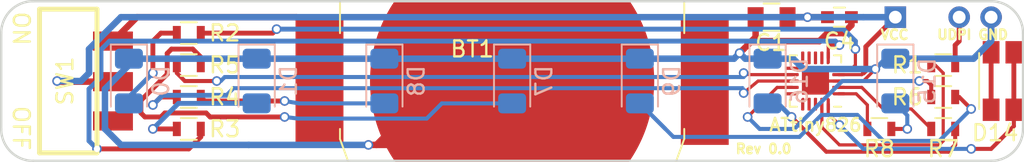
<source format=kicad_pcb>
(kicad_pcb (version 20171130) (host pcbnew "(5.1.10)-1")

  (general
    (thickness 1.6)
    (drawings 26)
    (tracks 217)
    (zones 0)
    (modules 22)
    (nets 30)
  )

  (page A)
  (title_block
    (title "Beetje 32U4 Blok")
    (date 2018-08-10)
    (rev 0.0)
    (company www.MakersBox.us)
    (comment 1 648.ken@gmail.com)
  )

  (layers
    (0 F.Cu signal hide)
    (31 B.Cu signal)
    (32 B.Adhes user)
    (33 F.Adhes user hide)
    (34 B.Paste user)
    (35 F.Paste user)
    (36 B.SilkS user)
    (37 F.SilkS user)
    (38 B.Mask user)
    (39 F.Mask user hide)
    (40 Dwgs.User user)
    (41 Cmts.User user)
    (42 Eco1.User user)
    (43 Eco2.User user)
    (44 Edge.Cuts user)
    (45 Margin user)
    (46 B.CrtYd user)
    (47 F.CrtYd user)
    (48 B.Fab user)
    (49 F.Fab user hide)
  )

  (setup
    (last_trace_width 0.25)
    (user_trace_width 0.2)
    (user_trace_width 0.254)
    (user_trace_width 0.3048)
    (user_trace_width 0.4064)
    (user_trace_width 0.6096)
    (trace_clearance 0.2)
    (zone_clearance 0.35)
    (zone_45_only no)
    (trace_min 0.2)
    (via_size 0.6)
    (via_drill 0.4)
    (via_min_size 0.4)
    (via_min_drill 0.3)
    (uvia_size 0.3)
    (uvia_drill 0.1)
    (uvias_allowed no)
    (uvia_min_size 0.2)
    (uvia_min_drill 0.1)
    (edge_width 0.15)
    (segment_width 0.2)
    (pcb_text_width 0.3)
    (pcb_text_size 1.5 1.5)
    (mod_edge_width 0.15)
    (mod_text_size 1 1)
    (mod_text_width 0.15)
    (pad_size 1.7 1.7)
    (pad_drill 0.508)
    (pad_to_mask_clearance 0)
    (aux_axis_origin 0 0)
    (grid_origin 160.274 101.219)
    (visible_elements 7FFF7FFF)
    (pcbplotparams
      (layerselection 0x00030_80000001)
      (usegerberextensions false)
      (usegerberattributes true)
      (usegerberadvancedattributes true)
      (creategerberjobfile true)
      (excludeedgelayer true)
      (linewidth 0.100000)
      (plotframeref false)
      (viasonmask false)
      (mode 1)
      (useauxorigin false)
      (hpglpennumber 1)
      (hpglpenspeed 20)
      (hpglpendiameter 15.000000)
      (psnegative false)
      (psa4output false)
      (plotreference true)
      (plotvalue true)
      (plotinvisibletext false)
      (padsonsilk false)
      (subtractmaskfromsilk false)
      (outputformat 1)
      (mirror false)
      (drillshape 1)
      (scaleselection 1)
      (outputdirectory ""))
  )

  (net 0 "")
  (net 1 GND)
  (net 2 "Net-(U1-Pad16)")
  (net 3 "Net-(U1-Pad17)")
  (net 4 VCC)
  (net 5 "Net-(J1-Pad3)")
  (net 6 "Net-(U1-Pad15)")
  (net 7 "Net-(U1-Pad18)")
  (net 8 /UPDI)
  (net 9 "Net-(D2-Pad2)")
  (net 10 "Net-(D3-Pad2)")
  (net 11 "Net-(D4-Pad2)")
  (net 12 "Net-(D5-Pad2)")
  (net 13 "Net-(D6-Pad2)")
  (net 14 "Net-(D7-Pad2)")
  (net 15 /PA6)
  (net 16 /PA7)
  (net 17 /PB5)
  (net 18 /PB4)
  (net 19 /PB3)
  (net 20 "Net-(D8-Pad2)")
  (net 21 "Net-(BT1-Pad1)")
  (net 22 /D0)
  (net 23 /D1)
  (net 24 /D8)
  (net 25 /D7)
  (net 26 /D9)
  (net 27 /D16)
  (net 28 /D15)
  (net 29 /D14)

  (net_class Default "This is the default net class."
    (clearance 0.2)
    (trace_width 0.25)
    (via_dia 0.6)
    (via_drill 0.4)
    (uvia_dia 0.3)
    (uvia_drill 0.1)
    (add_net /D0)
    (add_net /D1)
    (add_net /D14)
    (add_net /D15)
    (add_net /D16)
    (add_net /D7)
    (add_net /D8)
    (add_net /D9)
    (add_net "Net-(BT1-Pad1)")
    (add_net "Net-(D2-Pad2)")
    (add_net "Net-(D3-Pad2)")
    (add_net "Net-(D4-Pad2)")
    (add_net "Net-(D5-Pad2)")
    (add_net "Net-(D6-Pad2)")
    (add_net "Net-(D7-Pad2)")
    (add_net "Net-(D8-Pad2)")
    (add_net "Net-(J1-Pad3)")
    (add_net "Net-(U1-Pad15)")
    (add_net "Net-(U1-Pad16)")
    (add_net "Net-(U1-Pad17)")
    (add_net "Net-(U1-Pad18)")
  )

  (net_class reduced ""
    (clearance 0.1)
    (trace_width 0.2)
    (via_dia 0.6)
    (via_drill 0.4)
    (uvia_dia 0.3)
    (uvia_drill 0.1)
    (add_net /PA6)
    (add_net /PA7)
    (add_net /PB3)
    (add_net /PB4)
    (add_net /PB5)
    (add_net /UPDI)
    (add_net GND)
    (add_net VCC)
  )

  (module footprints:SPST_SMD (layer F.Cu) (tedit 5860A656) (tstamp 623177D2)
    (at 103.274 81.219 270)
    (descr "Through hole pin header")
    (tags "pin header")
    (path /6236BF65)
    (fp_text reference SW1 (at 0 3 90) (layer F.SilkS)
      (effects (font (size 1 1) (thickness 0.15)))
    )
    (fp_text value SW_SPST (at 0.1 0 90) (layer F.Fab)
      (effects (font (size 1 1) (thickness 0.15)))
    )
    (fp_line (start -4.5 4.6) (end 4.5 4.6) (layer F.SilkS) (width 0.3048))
    (fp_line (start 4.5 1) (end 4.5 4.6) (layer F.SilkS) (width 0.3048))
    (fp_line (start -4.5 1) (end -4.5 4.6) (layer F.SilkS) (width 0.3048))
    (fp_line (start -4.5 1) (end 4.5 1) (layer F.SilkS) (width 0.3048))
    (fp_line (start -1.75 14.45) (end 4.3 14.45) (layer F.CrtYd) (width 0.05))
    (fp_text user JS102011SAQN (at 0 1.7 90) (layer F.Fab)
      (effects (font (size 0.8 0.8) (thickness 0.1)))
    )
    (pad "" np_thru_hole circle (at 3.4 2.75 270) (size 0.9 0.9) (drill 0.9) (layers *.Cu *.Mask))
    (pad 1 smd rect (at -2.5 0 270) (size 1.2 2.5) (layers F.Cu F.Paste F.Mask)
      (net 21 "Net-(BT1-Pad1)"))
    (pad 2 smd rect (at 0.04 0 270) (size 1.2 2.5) (layers F.Cu F.Paste F.Mask)
      (net 4 VCC))
    (pad 3 smd rect (at 2.5 0 270) (size 1.2 2.5) (layers F.Cu F.Paste F.Mask))
    (pad "" np_thru_hole circle (at -3.4 2.75 270) (size 0.9 0.9) (drill 0.9) (layers *.Cu *.Mask))
    (model Pin_Headers.3dshapes/Pin_Header_Straight_2x06.wrl
      (offset (xyz 1.269999980926514 -6.349999904632568 0))
      (scale (xyz 1 1 1))
      (rotate (xyz 0 0 90))
    )
  )

  (module Package_DFN_QFN:VQFN-20-1EP_3x3mm_P0.4mm_EP1.7x1.7mm (layer F.Cu) (tedit 5DC5F6A8) (tstamp 623148A8)
    (at 147.274 81.219 180)
    (descr "VQFN, 20 Pin (http://ww1.microchip.com/downloads/en/DeviceDoc/20%20Lead%20VQFN%203x3x0_9mm_1_7EP%20U2B%20C04-21496a.pdf), generated with kicad-footprint-generator ipc_noLead_generator.py")
    (tags "VQFN NoLead")
    (path /62315021)
    (attr smd)
    (fp_text reference U1 (at -0.5 -0.5) (layer F.SilkS) hide
      (effects (font (size 1 1) (thickness 0.15)))
    )
    (fp_text value ATtiny826 (at 0 -2.75) (layer F.SilkS)
      (effects (font (size 0.8 0.8) (thickness 0.15)))
    )
    (fp_line (start 2.1 -2.1) (end -2.1 -2.1) (layer F.CrtYd) (width 0.05))
    (fp_line (start 2.1 2.1) (end 2.1 -2.1) (layer F.CrtYd) (width 0.05))
    (fp_line (start -2.1 2.1) (end 2.1 2.1) (layer F.CrtYd) (width 0.05))
    (fp_line (start -2.1 -2.1) (end -2.1 2.1) (layer F.CrtYd) (width 0.05))
    (fp_line (start -1.5 -0.75) (end -0.75 -1.5) (layer F.Fab) (width 0.1))
    (fp_line (start -1.5 1.5) (end -1.5 -0.75) (layer F.Fab) (width 0.1))
    (fp_line (start 1.5 1.5) (end -1.5 1.5) (layer F.Fab) (width 0.1))
    (fp_line (start 1.5 -1.5) (end 1.5 1.5) (layer F.Fab) (width 0.1))
    (fp_line (start -0.75 -1.5) (end 1.5 -1.5) (layer F.Fab) (width 0.1))
    (fp_line (start -1.16 -1.61) (end -1.61 -1.61) (layer F.SilkS) (width 0.12))
    (fp_line (start 1.61 1.61) (end 1.61 1.16) (layer F.SilkS) (width 0.12))
    (fp_line (start 1.16 1.61) (end 1.61 1.61) (layer F.SilkS) (width 0.12))
    (fp_line (start -1.61 1.61) (end -1.61 1.16) (layer F.SilkS) (width 0.12))
    (fp_line (start -1.16 1.61) (end -1.61 1.61) (layer F.SilkS) (width 0.12))
    (fp_line (start 1.61 -1.61) (end 1.61 -1.16) (layer F.SilkS) (width 0.12))
    (fp_line (start 1.16 -1.61) (end 1.61 -1.61) (layer F.SilkS) (width 0.12))
    (fp_text user %R (at 0 0) (layer F.Fab)
      (effects (font (size 0.75 0.75) (thickness 0.11)))
    )
    (pad 1 smd custom (at -1.45 -0.8 180) (size 0.143431 0.143431) (layers F.Cu F.Paste F.Mask)
      (net 28 /D15)
      (options (clearance outline) (anchor circle))
      (primitives
        (gr_poly (pts
           (xy -0.35 -0.05) (xy 0.299289 -0.05) (xy 0.35 0.000711) (xy 0.35 0.05) (xy -0.35 0.05)
) (width 0.1))
      ))
    (pad 2 smd roundrect (at -1.45 -0.4 180) (size 0.8 0.2) (layers F.Cu F.Paste F.Mask) (roundrect_rratio 0.25)
      (net 27 /D16))
    (pad 3 smd roundrect (at -1.45 0 180) (size 0.8 0.2) (layers F.Cu F.Paste F.Mask) (roundrect_rratio 0.25)
      (net 1 GND))
    (pad 4 smd roundrect (at -1.45 0.4 180) (size 0.8 0.2) (layers F.Cu F.Paste F.Mask) (roundrect_rratio 0.25)
      (net 4 VCC))
    (pad 5 smd custom (at -1.45 0.8 180) (size 0.143431 0.143431) (layers F.Cu F.Paste F.Mask)
      (net 22 /D0)
      (options (clearance outline) (anchor circle))
      (primitives
        (gr_poly (pts
           (xy -0.35 -0.05) (xy 0.35 -0.05) (xy 0.35 -0.000711) (xy 0.299289 0.05) (xy -0.35 0.05)
) (width 0.1))
      ))
    (pad 6 smd custom (at -0.8 1.45 180) (size 0.143431 0.143431) (layers F.Cu F.Paste F.Mask)
      (net 23 /D1)
      (options (clearance outline) (anchor circle))
      (primitives
        (gr_poly (pts
           (xy -0.05 -0.299289) (xy 0.000711 -0.35) (xy 0.05 -0.35) (xy 0.05 0.35) (xy -0.05 0.35)
) (width 0.1))
      ))
    (pad 7 smd roundrect (at -0.4 1.45 180) (size 0.2 0.8) (layers F.Cu F.Paste F.Mask) (roundrect_rratio 0.25)
      (net 15 /PA6))
    (pad 8 smd roundrect (at 0 1.45 180) (size 0.2 0.8) (layers F.Cu F.Paste F.Mask) (roundrect_rratio 0.25)
      (net 16 /PA7))
    (pad 9 smd roundrect (at 0.4 1.45 180) (size 0.2 0.8) (layers F.Cu F.Paste F.Mask) (roundrect_rratio 0.25)
      (net 17 /PB5))
    (pad 10 smd custom (at 0.8 1.45 180) (size 0.143431 0.143431) (layers F.Cu F.Paste F.Mask)
      (net 18 /PB4)
      (options (clearance outline) (anchor circle))
      (primitives
        (gr_poly (pts
           (xy -0.05 -0.35) (xy -0.000711 -0.35) (xy 0.05 -0.299289) (xy 0.05 0.35) (xy -0.05 0.35)
) (width 0.1))
      ))
    (pad 11 smd custom (at 1.45 0.8 180) (size 0.143431 0.143431) (layers F.Cu F.Paste F.Mask)
      (net 19 /PB3)
      (options (clearance outline) (anchor circle))
      (primitives
        (gr_poly (pts
           (xy -0.35 -0.05) (xy 0.35 -0.05) (xy 0.35 0.05) (xy -0.299289 0.05) (xy -0.35 -0.000711)
) (width 0.1))
      ))
    (pad 12 smd roundrect (at 1.45 0.4 180) (size 0.8 0.2) (layers F.Cu F.Paste F.Mask) (roundrect_rratio 0.25)
      (net 25 /D7))
    (pad 13 smd roundrect (at 1.45 0 180) (size 0.8 0.2) (layers F.Cu F.Paste F.Mask) (roundrect_rratio 0.25)
      (net 24 /D8))
    (pad 14 smd roundrect (at 1.45 -0.4 180) (size 0.8 0.2) (layers F.Cu F.Paste F.Mask) (roundrect_rratio 0.25)
      (net 26 /D9))
    (pad 15 smd custom (at 1.45 -0.8 180) (size 0.143431 0.143431) (layers F.Cu F.Paste F.Mask)
      (net 6 "Net-(U1-Pad15)")
      (options (clearance outline) (anchor circle))
      (primitives
        (gr_poly (pts
           (xy -0.35 0.000711) (xy -0.299289 -0.05) (xy 0.35 -0.05) (xy 0.35 0.05) (xy -0.35 0.05)
) (width 0.1))
      ))
    (pad 16 smd custom (at 0.8 -1.45 180) (size 0.143431 0.143431) (layers F.Cu F.Paste F.Mask)
      (net 2 "Net-(U1-Pad16)")
      (options (clearance outline) (anchor circle))
      (primitives
        (gr_poly (pts
           (xy -0.05 -0.35) (xy 0.05 -0.35) (xy 0.05 0.299289) (xy -0.000711 0.35) (xy -0.05 0.35)
) (width 0.1))
      ))
    (pad 17 smd roundrect (at 0.4 -1.45 180) (size 0.2 0.8) (layers F.Cu F.Paste F.Mask) (roundrect_rratio 0.25)
      (net 3 "Net-(U1-Pad17)"))
    (pad 18 smd roundrect (at 0 -1.45 180) (size 0.2 0.8) (layers F.Cu F.Paste F.Mask) (roundrect_rratio 0.25)
      (net 7 "Net-(U1-Pad18)"))
    (pad 19 smd roundrect (at -0.4 -1.45 180) (size 0.2 0.8) (layers F.Cu F.Paste F.Mask) (roundrect_rratio 0.25)
      (net 8 /UPDI))
    (pad 20 smd custom (at -0.8 -1.45 180) (size 0.143431 0.143431) (layers F.Cu F.Paste F.Mask)
      (net 29 /D14)
      (options (clearance outline) (anchor circle))
      (primitives
        (gr_poly (pts
           (xy -0.05 -0.35) (xy 0.05 -0.35) (xy 0.05 0.35) (xy 0.000711 0.35) (xy -0.05 0.299289)
) (width 0.1))
      ))
    (pad 21 smd rect (at 0 0 180) (size 1.7 1.7) (layers F.Cu F.Mask)
      (net 1 GND))
    (pad "" smd roundrect (at -0.425 -0.425 180) (size 0.69 0.69) (layers F.Paste) (roundrect_rratio 0.25))
    (pad "" smd roundrect (at -0.425 0.425 180) (size 0.69 0.69) (layers F.Paste) (roundrect_rratio 0.25))
    (pad "" smd roundrect (at 0.425 -0.425 180) (size 0.69 0.69) (layers F.Paste) (roundrect_rratio 0.25))
    (pad "" smd roundrect (at 0.425 0.425 180) (size 0.69 0.69) (layers F.Paste) (roundrect_rratio 0.25))
    (model ${KISYS3DMOD}/Package_DFN_QFN.3dshapes/VQFN-20-1EP_3x3mm_P0.4mm_EP1.7x1.7mm.wrl
      (at (xyz 0 0 0))
      (scale (xyz 1 1 1))
      (rotate (xyz 0 0 0))
    )
  )

  (module footprints:C_0805 (layer F.Cu) (tedit 58AA8463) (tstamp 62314B0E)
    (at 144.524 77.219 180)
    (descr "Capacitor SMD 0805, reflow soldering, AVX (see smccp.pdf)")
    (tags "capacitor 0805")
    (path /5B3FF285)
    (attr smd)
    (fp_text reference C1 (at 0.05 -1.6) (layer F.SilkS)
      (effects (font (size 1 1) (thickness 0.15)))
    )
    (fp_text value 10uF (at 0 1.75) (layer F.Fab)
      (effects (font (size 1 1) (thickness 0.15)))
    )
    (fp_line (start 1.75 0.87) (end -1.75 0.87) (layer F.CrtYd) (width 0.05))
    (fp_line (start 1.75 0.87) (end 1.75 -0.88) (layer F.CrtYd) (width 0.05))
    (fp_line (start -1.75 -0.88) (end -1.75 0.87) (layer F.CrtYd) (width 0.05))
    (fp_line (start -1.75 -0.88) (end 1.75 -0.88) (layer F.CrtYd) (width 0.05))
    (fp_line (start -0.5 0.85) (end 0.5 0.85) (layer F.SilkS) (width 0.12))
    (fp_line (start 0.5 -0.85) (end -0.5 -0.85) (layer F.SilkS) (width 0.12))
    (fp_line (start -1 -0.62) (end 1 -0.62) (layer F.Fab) (width 0.1))
    (fp_line (start 1 -0.62) (end 1 0.62) (layer F.Fab) (width 0.1))
    (fp_line (start 1 0.62) (end -1 0.62) (layer F.Fab) (width 0.1))
    (fp_line (start -1 0.62) (end -1 -0.62) (layer F.Fab) (width 0.1))
    (fp_text user %R (at 0 -1.5) (layer F.Fab)
      (effects (font (size 1 1) (thickness 0.15)))
    )
    (pad 1 smd rect (at -1 0 180) (size 1 1.25) (layers F.Cu F.Paste F.Mask)
      (net 4 VCC))
    (pad 2 smd rect (at 1 0 180) (size 1 1.25) (layers F.Cu F.Paste F.Mask)
      (net 1 GND))
    (model Capacitors_SMD.3dshapes/C_0805.wrl
      (at (xyz 0 0 0))
      (scale (xyz 1 1 1))
      (rotate (xyz 0 0 0))
    )
  )

  (module footprints:C_0603 (layer F.Cu) (tedit 59958EE7) (tstamp 62314B1F)
    (at 148.774 77.219)
    (descr "Capacitor SMD 0603, reflow soldering, AVX (see smccp.pdf)")
    (tags "capacitor 0603")
    (path /5B3FF331)
    (attr smd)
    (fp_text reference C4 (at 0 1.5) (layer F.SilkS)
      (effects (font (size 1 1) (thickness 0.15)))
    )
    (fp_text value 0.1uF (at 0 1.5) (layer F.Fab)
      (effects (font (size 1 1) (thickness 0.15)))
    )
    (fp_line (start -0.8 0.4) (end -0.8 -0.4) (layer F.Fab) (width 0.1))
    (fp_line (start 0.8 0.4) (end -0.8 0.4) (layer F.Fab) (width 0.1))
    (fp_line (start 0.8 -0.4) (end 0.8 0.4) (layer F.Fab) (width 0.1))
    (fp_line (start -0.8 -0.4) (end 0.8 -0.4) (layer F.Fab) (width 0.1))
    (fp_line (start -0.35 -0.6) (end 0.35 -0.6) (layer F.SilkS) (width 0.12))
    (fp_line (start 0.35 0.6) (end -0.35 0.6) (layer F.SilkS) (width 0.12))
    (fp_line (start -1.4 -0.65) (end 1.4 -0.65) (layer F.CrtYd) (width 0.05))
    (fp_line (start -1.4 -0.65) (end -1.4 0.65) (layer F.CrtYd) (width 0.05))
    (fp_line (start 1.4 0.65) (end 1.4 -0.65) (layer F.CrtYd) (width 0.05))
    (fp_line (start 1.4 0.65) (end -1.4 0.65) (layer F.CrtYd) (width 0.05))
    (fp_text user %R (at 0 0) (layer F.Fab)
      (effects (font (size 0.3 0.3) (thickness 0.075)))
    )
    (pad 2 smd rect (at 0.75 0) (size 0.8 0.75) (layers F.Cu F.Paste F.Mask)
      (net 1 GND))
    (pad 1 smd rect (at -0.75 0) (size 0.8 0.75) (layers F.Cu F.Paste F.Mask)
      (net 4 VCC))
    (model Capacitors_SMD.3dshapes/C_0603.wrl
      (at (xyz 0 0 0))
      (scale (xyz 1 1 1))
      (rotate (xyz 0 0 0))
    )
  )

  (module footprints:R_0603 (layer F.Cu) (tedit 58E0A804) (tstamp 62314B45)
    (at 155.274 80.219)
    (descr "Resistor SMD 0603, reflow soldering, Vishay (see dcrcw.pdf)")
    (tags "resistor 0603")
    (path /5B44E5C9)
    (attr smd)
    (fp_text reference R1 (at -2.25 0) (layer F.SilkS)
      (effects (font (size 1 1) (thickness 0.15)))
    )
    (fp_text value 100 (at 0 1.5) (layer F.Fab)
      (effects (font (size 1 1) (thickness 0.15)))
    )
    (fp_line (start 1.25 0.7) (end -1.25 0.7) (layer F.CrtYd) (width 0.05))
    (fp_line (start 1.25 0.7) (end 1.25 -0.7) (layer F.CrtYd) (width 0.05))
    (fp_line (start -1.25 -0.7) (end -1.25 0.7) (layer F.CrtYd) (width 0.05))
    (fp_line (start -1.25 -0.7) (end 1.25 -0.7) (layer F.CrtYd) (width 0.05))
    (fp_line (start -0.5 -0.68) (end 0.5 -0.68) (layer F.SilkS) (width 0.12))
    (fp_line (start 0.5 0.68) (end -0.5 0.68) (layer F.SilkS) (width 0.12))
    (fp_line (start -0.8 -0.4) (end 0.8 -0.4) (layer F.Fab) (width 0.1))
    (fp_line (start 0.8 -0.4) (end 0.8 0.4) (layer F.Fab) (width 0.1))
    (fp_line (start 0.8 0.4) (end -0.8 0.4) (layer F.Fab) (width 0.1))
    (fp_line (start -0.8 0.4) (end -0.8 -0.4) (layer F.Fab) (width 0.1))
    (fp_text user %R (at 0 0) (layer F.Fab)
      (effects (font (size 0.4 0.4) (thickness 0.075)))
    )
    (pad 1 smd rect (at -0.75 0) (size 0.5 0.9) (layers F.Cu F.Paste F.Mask)
      (net 8 /UPDI))
    (pad 2 smd rect (at 0.75 0) (size 0.5 0.9) (layers F.Cu F.Paste F.Mask)
      (net 5 "Net-(J1-Pad3)"))
    (model ${KISYS3DMOD}/Resistors_SMD.3dshapes/R_0603.wrl
      (at (xyz 0 0 0))
      (scale (xyz 1 1 1))
      (rotate (xyz 0 0 0))
    )
  )

  (module footprints:R_0603 (layer F.Cu) (tedit 58E0A804) (tstamp 62314B56)
    (at 108.024 78.219 180)
    (descr "Resistor SMD 0603, reflow soldering, Vishay (see dcrcw.pdf)")
    (tags "resistor 0603")
    (path /5B988442)
    (attr smd)
    (fp_text reference R2 (at -2.25 0) (layer F.SilkS)
      (effects (font (size 1 1) (thickness 0.15)))
    )
    (fp_text value 100 (at 0 1.5) (layer F.Fab)
      (effects (font (size 1 1) (thickness 0.15)))
    )
    (fp_line (start -0.8 0.4) (end -0.8 -0.4) (layer F.Fab) (width 0.1))
    (fp_line (start 0.8 0.4) (end -0.8 0.4) (layer F.Fab) (width 0.1))
    (fp_line (start 0.8 -0.4) (end 0.8 0.4) (layer F.Fab) (width 0.1))
    (fp_line (start -0.8 -0.4) (end 0.8 -0.4) (layer F.Fab) (width 0.1))
    (fp_line (start 0.5 0.68) (end -0.5 0.68) (layer F.SilkS) (width 0.12))
    (fp_line (start -0.5 -0.68) (end 0.5 -0.68) (layer F.SilkS) (width 0.12))
    (fp_line (start -1.25 -0.7) (end 1.25 -0.7) (layer F.CrtYd) (width 0.05))
    (fp_line (start -1.25 -0.7) (end -1.25 0.7) (layer F.CrtYd) (width 0.05))
    (fp_line (start 1.25 0.7) (end 1.25 -0.7) (layer F.CrtYd) (width 0.05))
    (fp_line (start 1.25 0.7) (end -1.25 0.7) (layer F.CrtYd) (width 0.05))
    (fp_text user %R (at 0 0) (layer F.Fab)
      (effects (font (size 0.4 0.4) (thickness 0.075)))
    )
    (pad 2 smd rect (at 0.75 0 180) (size 0.5 0.9) (layers F.Cu F.Paste F.Mask)
      (net 9 "Net-(D2-Pad2)"))
    (pad 1 smd rect (at -0.75 0 180) (size 0.5 0.9) (layers F.Cu F.Paste F.Mask)
      (net 22 /D0))
    (model ${KISYS3DMOD}/Resistors_SMD.3dshapes/R_0603.wrl
      (at (xyz 0 0 0))
      (scale (xyz 1 1 1))
      (rotate (xyz 0 0 0))
    )
  )

  (module footprints:EVQ-P7A (layer F.Cu) (tedit 5B6DD16E) (tstamp 62317253)
    (at 158.974 81.219 90)
    (descr "CK components KMR2 tactile switch http://www.ckswitches.com/media/1479/kmr2.pdf")
    (tags "tactile switch kmr2")
    (path /5B976DB7)
    (attr smd)
    (fp_text reference SW2 (at 0 0 90) (layer F.SilkS) hide
      (effects (font (size 1 1) (thickness 0.15)))
    )
    (fp_text value D14 (at -3.25 -0.45 180) (layer F.SilkS)
      (effects (font (size 1 1) (thickness 0.15)))
    )
    (fp_line (start 1.75 -1.45) (end -1.75 -1.45) (layer F.SilkS) (width 0.12))
    (fp_line (start -2.8 1.8) (end -2.8 -1.8) (layer F.CrtYd) (width 0.05))
    (fp_line (start 2.8 1.8) (end -2.8 1.8) (layer F.CrtYd) (width 0.05))
    (fp_line (start 2.8 -1.8) (end 2.8 1.8) (layer F.CrtYd) (width 0.05))
    (fp_line (start -2.8 -1.8) (end 2.8 -1.8) (layer F.CrtYd) (width 0.05))
    (fp_line (start -2.1 1.4) (end -2.1 -1.4) (layer F.Fab) (width 0.1))
    (fp_line (start 2.1 1.4) (end -2.1 1.4) (layer F.Fab) (width 0.1))
    (fp_line (start 2.1 -1.4) (end 2.1 1.4) (layer F.Fab) (width 0.1))
    (fp_line (start -2.1 -1.4) (end 2.1 -1.4) (layer F.Fab) (width 0.1))
    (fp_line (start 1.75 1.45) (end -1.75 1.45) (layer F.SilkS) (width 0.12))
    (fp_line (start -0.85 2.1) (end 0.85 2.1) (layer F.SilkS) (width 0.15))
    (fp_line (start -0.8 2.1) (end -0.8 1.5) (layer F.SilkS) (width 0.15))
    (fp_line (start 0.8 2.1) (end 0.8 1.5) (layer F.SilkS) (width 0.15))
    (fp_text user %R (at 0 -2.45 90) (layer F.Fab)
      (effects (font (size 1 1) (thickness 0.15)))
    )
    (pad 2 smd rect (at 1.8 0.725 90) (size 1.4 1.05) (layers F.Cu F.Paste F.Mask)
      (net 29 /D14))
    (pad 2 smd rect (at -1.8 0.725 90) (size 1.4 1.05) (layers F.Cu F.Paste F.Mask)
      (net 29 /D14))
    (pad 1 smd rect (at 1.8 -0.7 90) (size 1.4 1.05) (layers F.Cu F.Paste F.Mask)
      (net 1 GND))
    (pad 1 smd rect (at -1.8 -0.7 90) (size 1.4 1.05) (layers F.Cu F.Paste F.Mask)
      (net 1 GND))
    (model ${KISYS3DMOD}/Buttons_Switches_SMD.3dshapes/SW_SPST_KMR2.wrl
      (at (xyz 0 0 0))
      (scale (xyz 1 1 1))
      (rotate (xyz 0 0 0))
    )
    (model "C:/Users/Maker's Box/Downloads/3d_switch (1)/walter/switch/smd_push2.wrl"
      (at (xyz 0 0 0))
      (scale (xyz 1 1 1))
      (rotate (xyz 0 0 0))
    )
  )

  (module LED_SMD:LED_1206_3216Metric (layer B.Cu) (tedit 5F68FEF1) (tstamp 62316426)
    (at 112.274 81.219 270)
    (descr "LED SMD 1206 (3216 Metric), square (rectangular) end terminal, IPC_7351 nominal, (Body size source: http://www.tortai-tech.com/upload/download/2011102023233369053.pdf), generated with kicad-footprint-generator")
    (tags LED)
    (path /62359595)
    (attr smd)
    (fp_text reference D3 (at 0 1.82 270) (layer B.SilkS) hide
      (effects (font (size 1 1) (thickness 0.15)) (justify mirror))
    )
    (fp_text value D1 (at 0 -2 270) (layer B.SilkS)
      (effects (font (size 1 1) (thickness 0.15)) (justify mirror))
    )
    (fp_line (start 2.28 -1.12) (end -2.28 -1.12) (layer B.CrtYd) (width 0.05))
    (fp_line (start 2.28 1.12) (end 2.28 -1.12) (layer B.CrtYd) (width 0.05))
    (fp_line (start -2.28 1.12) (end 2.28 1.12) (layer B.CrtYd) (width 0.05))
    (fp_line (start -2.28 -1.12) (end -2.28 1.12) (layer B.CrtYd) (width 0.05))
    (fp_line (start -2.285 -1.135) (end 1.6 -1.135) (layer B.SilkS) (width 0.12))
    (fp_line (start -2.285 1.135) (end -2.285 -1.135) (layer B.SilkS) (width 0.12))
    (fp_line (start 1.6 1.135) (end -2.285 1.135) (layer B.SilkS) (width 0.12))
    (fp_line (start 1.6 -0.8) (end 1.6 0.8) (layer B.Fab) (width 0.1))
    (fp_line (start -1.6 -0.8) (end 1.6 -0.8) (layer B.Fab) (width 0.1))
    (fp_line (start -1.6 0.4) (end -1.6 -0.8) (layer B.Fab) (width 0.1))
    (fp_line (start -1.2 0.8) (end -1.6 0.4) (layer B.Fab) (width 0.1))
    (fp_line (start 1.6 0.8) (end -1.2 0.8) (layer B.Fab) (width 0.1))
    (fp_text user %R (at 0 0 270) (layer B.Fab)
      (effects (font (size 0.8 0.8) (thickness 0.12)) (justify mirror))
    )
    (pad 1 smd roundrect (at -1.4 0 270) (size 1.25 1.75) (layers B.Cu B.Paste B.Mask) (roundrect_rratio 0.2)
      (net 1 GND))
    (pad 2 smd roundrect (at 1.4 0 270) (size 1.25 1.75) (layers B.Cu B.Paste B.Mask) (roundrect_rratio 0.2)
      (net 10 "Net-(D3-Pad2)"))
    (model ${KISYS3DMOD}/LED_SMD.3dshapes/LED_1206_3216Metric.wrl
      (at (xyz 0 0 0))
      (scale (xyz 1 1 1))
      (rotate (xyz 0 0 0))
    )
  )

  (module LED_SMD:LED_1206_3216Metric (layer B.Cu) (tedit 5F68FEF1) (tstamp 62316427)
    (at 104.274 81.219 270)
    (descr "LED SMD 1206 (3216 Metric), square (rectangular) end terminal, IPC_7351 nominal, (Body size source: http://www.tortai-tech.com/upload/download/2011102023233369053.pdf), generated with kicad-footprint-generator")
    (tags LED)
    (path /5B44E5CF)
    (attr smd)
    (fp_text reference D2 (at 0 1.82 270) (layer B.SilkS) hide
      (effects (font (size 1 1) (thickness 0.15)) (justify mirror))
    )
    (fp_text value D0 (at 0 -2 270) (layer B.SilkS)
      (effects (font (size 1 1) (thickness 0.15)) (justify mirror))
    )
    (fp_line (start 2.28 -1.12) (end -2.28 -1.12) (layer B.CrtYd) (width 0.05))
    (fp_line (start 2.28 1.12) (end 2.28 -1.12) (layer B.CrtYd) (width 0.05))
    (fp_line (start -2.28 1.12) (end 2.28 1.12) (layer B.CrtYd) (width 0.05))
    (fp_line (start -2.28 -1.12) (end -2.28 1.12) (layer B.CrtYd) (width 0.05))
    (fp_line (start -2.285 -1.135) (end 1.6 -1.135) (layer B.SilkS) (width 0.12))
    (fp_line (start -2.285 1.135) (end -2.285 -1.135) (layer B.SilkS) (width 0.12))
    (fp_line (start 1.6 1.135) (end -2.285 1.135) (layer B.SilkS) (width 0.12))
    (fp_line (start 1.6 -0.8) (end 1.6 0.8) (layer B.Fab) (width 0.1))
    (fp_line (start -1.6 -0.8) (end 1.6 -0.8) (layer B.Fab) (width 0.1))
    (fp_line (start -1.6 0.4) (end -1.6 -0.8) (layer B.Fab) (width 0.1))
    (fp_line (start -1.2 0.8) (end -1.6 0.4) (layer B.Fab) (width 0.1))
    (fp_line (start 1.6 0.8) (end -1.2 0.8) (layer B.Fab) (width 0.1))
    (fp_text user %R (at 0 0 270) (layer B.Fab)
      (effects (font (size 0.8 0.8) (thickness 0.12)) (justify mirror))
    )
    (pad 1 smd roundrect (at -1.4 0 270) (size 1.25 1.75) (layers B.Cu B.Paste B.Mask) (roundrect_rratio 0.2)
      (net 1 GND))
    (pad 2 smd roundrect (at 1.4 0 270) (size 1.25 1.75) (layers B.Cu B.Paste B.Mask) (roundrect_rratio 0.2)
      (net 9 "Net-(D2-Pad2)"))
    (model ${KISYS3DMOD}/LED_SMD.3dshapes/LED_1206_3216Metric.wrl
      (at (xyz 0 0 0))
      (scale (xyz 1 1 1))
      (rotate (xyz 0 0 0))
    )
  )

  (module LED_SMD:LED_1206_3216Metric (layer B.Cu) (tedit 5F68FEF1) (tstamp 6231644B)
    (at 120.274 81.219 270)
    (descr "LED SMD 1206 (3216 Metric), square (rectangular) end terminal, IPC_7351 nominal, (Body size source: http://www.tortai-tech.com/upload/download/2011102023233369053.pdf), generated with kicad-footprint-generator")
    (tags LED)
    (path /62359D46)
    (attr smd)
    (fp_text reference D4 (at 0 1.82 270) (layer B.SilkS) hide
      (effects (font (size 1 1) (thickness 0.15)) (justify mirror))
    )
    (fp_text value D8 (at 0 -2 270) (layer B.SilkS)
      (effects (font (size 1 1) (thickness 0.15)) (justify mirror))
    )
    (fp_line (start 1.6 0.8) (end -1.2 0.8) (layer B.Fab) (width 0.1))
    (fp_line (start -1.2 0.8) (end -1.6 0.4) (layer B.Fab) (width 0.1))
    (fp_line (start -1.6 0.4) (end -1.6 -0.8) (layer B.Fab) (width 0.1))
    (fp_line (start -1.6 -0.8) (end 1.6 -0.8) (layer B.Fab) (width 0.1))
    (fp_line (start 1.6 -0.8) (end 1.6 0.8) (layer B.Fab) (width 0.1))
    (fp_line (start 1.6 1.135) (end -2.285 1.135) (layer B.SilkS) (width 0.12))
    (fp_line (start -2.285 1.135) (end -2.285 -1.135) (layer B.SilkS) (width 0.12))
    (fp_line (start -2.285 -1.135) (end 1.6 -1.135) (layer B.SilkS) (width 0.12))
    (fp_line (start -2.28 -1.12) (end -2.28 1.12) (layer B.CrtYd) (width 0.05))
    (fp_line (start -2.28 1.12) (end 2.28 1.12) (layer B.CrtYd) (width 0.05))
    (fp_line (start 2.28 1.12) (end 2.28 -1.12) (layer B.CrtYd) (width 0.05))
    (fp_line (start 2.28 -1.12) (end -2.28 -1.12) (layer B.CrtYd) (width 0.05))
    (fp_text user %R (at 0 0 270) (layer B.Fab)
      (effects (font (size 0.8 0.8) (thickness 0.12)) (justify mirror))
    )
    (pad 2 smd roundrect (at 1.4 0 270) (size 1.25 1.75) (layers B.Cu B.Paste B.Mask) (roundrect_rratio 0.2)
      (net 11 "Net-(D4-Pad2)"))
    (pad 1 smd roundrect (at -1.4 0 270) (size 1.25 1.75) (layers B.Cu B.Paste B.Mask) (roundrect_rratio 0.2)
      (net 1 GND))
    (model ${KISYS3DMOD}/LED_SMD.3dshapes/LED_1206_3216Metric.wrl
      (at (xyz 0 0 0))
      (scale (xyz 1 1 1))
      (rotate (xyz 0 0 0))
    )
  )

  (module LED_SMD:LED_1206_3216Metric (layer B.Cu) (tedit 5F68FEF1) (tstamp 6231645E)
    (at 128.274 81.219 270)
    (descr "LED SMD 1206 (3216 Metric), square (rectangular) end terminal, IPC_7351 nominal, (Body size source: http://www.tortai-tech.com/upload/download/2011102023233369053.pdf), generated with kicad-footprint-generator")
    (tags LED)
    (path /6235A6CF)
    (attr smd)
    (fp_text reference D5 (at 0 1.82 270) (layer B.SilkS) hide
      (effects (font (size 1 1) (thickness 0.15)) (justify mirror))
    )
    (fp_text value D7 (at 0 -2 270) (layer B.SilkS)
      (effects (font (size 1 1) (thickness 0.15)) (justify mirror))
    )
    (fp_line (start 2.28 -1.12) (end -2.28 -1.12) (layer B.CrtYd) (width 0.05))
    (fp_line (start 2.28 1.12) (end 2.28 -1.12) (layer B.CrtYd) (width 0.05))
    (fp_line (start -2.28 1.12) (end 2.28 1.12) (layer B.CrtYd) (width 0.05))
    (fp_line (start -2.28 -1.12) (end -2.28 1.12) (layer B.CrtYd) (width 0.05))
    (fp_line (start -2.285 -1.135) (end 1.6 -1.135) (layer B.SilkS) (width 0.12))
    (fp_line (start -2.285 1.135) (end -2.285 -1.135) (layer B.SilkS) (width 0.12))
    (fp_line (start 1.6 1.135) (end -2.285 1.135) (layer B.SilkS) (width 0.12))
    (fp_line (start 1.6 -0.8) (end 1.6 0.8) (layer B.Fab) (width 0.1))
    (fp_line (start -1.6 -0.8) (end 1.6 -0.8) (layer B.Fab) (width 0.1))
    (fp_line (start -1.6 0.4) (end -1.6 -0.8) (layer B.Fab) (width 0.1))
    (fp_line (start -1.2 0.8) (end -1.6 0.4) (layer B.Fab) (width 0.1))
    (fp_line (start 1.6 0.8) (end -1.2 0.8) (layer B.Fab) (width 0.1))
    (fp_text user %R (at 0 0 270) (layer B.Fab)
      (effects (font (size 0.8 0.8) (thickness 0.12)) (justify mirror))
    )
    (pad 1 smd roundrect (at -1.4 0 270) (size 1.25 1.75) (layers B.Cu B.Paste B.Mask) (roundrect_rratio 0.2)
      (net 1 GND))
    (pad 2 smd roundrect (at 1.4 0 270) (size 1.25 1.75) (layers B.Cu B.Paste B.Mask) (roundrect_rratio 0.2)
      (net 12 "Net-(D5-Pad2)"))
    (model ${KISYS3DMOD}/LED_SMD.3dshapes/LED_1206_3216Metric.wrl
      (at (xyz 0 0 0))
      (scale (xyz 1 1 1))
      (rotate (xyz 0 0 0))
    )
  )

  (module LED_SMD:LED_1206_3216Metric (layer B.Cu) (tedit 5F68FEF1) (tstamp 62316471)
    (at 136.274 81.219 270)
    (descr "LED SMD 1206 (3216 Metric), square (rectangular) end terminal, IPC_7351 nominal, (Body size source: http://www.tortai-tech.com/upload/download/2011102023233369053.pdf), generated with kicad-footprint-generator")
    (tags LED)
    (path /6235B496)
    (attr smd)
    (fp_text reference D6 (at 0 1.82 270) (layer B.SilkS) hide
      (effects (font (size 1 1) (thickness 0.15)) (justify mirror))
    )
    (fp_text value D9 (at 0 -2 270) (layer B.SilkS)
      (effects (font (size 1 1) (thickness 0.15)) (justify mirror))
    )
    (fp_line (start 1.6 0.8) (end -1.2 0.8) (layer B.Fab) (width 0.1))
    (fp_line (start -1.2 0.8) (end -1.6 0.4) (layer B.Fab) (width 0.1))
    (fp_line (start -1.6 0.4) (end -1.6 -0.8) (layer B.Fab) (width 0.1))
    (fp_line (start -1.6 -0.8) (end 1.6 -0.8) (layer B.Fab) (width 0.1))
    (fp_line (start 1.6 -0.8) (end 1.6 0.8) (layer B.Fab) (width 0.1))
    (fp_line (start 1.6 1.135) (end -2.285 1.135) (layer B.SilkS) (width 0.12))
    (fp_line (start -2.285 1.135) (end -2.285 -1.135) (layer B.SilkS) (width 0.12))
    (fp_line (start -2.285 -1.135) (end 1.6 -1.135) (layer B.SilkS) (width 0.12))
    (fp_line (start -2.28 -1.12) (end -2.28 1.12) (layer B.CrtYd) (width 0.05))
    (fp_line (start -2.28 1.12) (end 2.28 1.12) (layer B.CrtYd) (width 0.05))
    (fp_line (start 2.28 1.12) (end 2.28 -1.12) (layer B.CrtYd) (width 0.05))
    (fp_line (start 2.28 -1.12) (end -2.28 -1.12) (layer B.CrtYd) (width 0.05))
    (fp_text user %R (at 0 0 270) (layer B.Fab)
      (effects (font (size 0.8 0.8) (thickness 0.12)) (justify mirror))
    )
    (pad 2 smd roundrect (at 1.4 0 270) (size 1.25 1.75) (layers B.Cu B.Paste B.Mask) (roundrect_rratio 0.2)
      (net 13 "Net-(D6-Pad2)"))
    (pad 1 smd roundrect (at -1.4 0 270) (size 1.25 1.75) (layers B.Cu B.Paste B.Mask) (roundrect_rratio 0.2)
      (net 1 GND))
    (model ${KISYS3DMOD}/LED_SMD.3dshapes/LED_1206_3216Metric.wrl
      (at (xyz 0 0 0))
      (scale (xyz 1 1 1))
      (rotate (xyz 0 0 0))
    )
  )

  (module LED_SMD:LED_1206_3216Metric (layer B.Cu) (tedit 5F68FEF1) (tstamp 62316484)
    (at 144.274 81.219 270)
    (descr "LED SMD 1206 (3216 Metric), square (rectangular) end terminal, IPC_7351 nominal, (Body size source: http://www.tortai-tech.com/upload/download/2011102023233369053.pdf), generated with kicad-footprint-generator")
    (tags LED)
    (path /6235C0A1)
    (attr smd)
    (fp_text reference D7 (at 0 1.82 270) (layer B.SilkS) hide
      (effects (font (size 1 1) (thickness 0.15)) (justify mirror))
    )
    (fp_text value D16 (at 0 -2 270) (layer B.SilkS)
      (effects (font (size 1 1) (thickness 0.15)) (justify mirror))
    )
    (fp_line (start 2.28 -1.12) (end -2.28 -1.12) (layer B.CrtYd) (width 0.05))
    (fp_line (start 2.28 1.12) (end 2.28 -1.12) (layer B.CrtYd) (width 0.05))
    (fp_line (start -2.28 1.12) (end 2.28 1.12) (layer B.CrtYd) (width 0.05))
    (fp_line (start -2.28 -1.12) (end -2.28 1.12) (layer B.CrtYd) (width 0.05))
    (fp_line (start -2.285 -1.135) (end 1.6 -1.135) (layer B.SilkS) (width 0.12))
    (fp_line (start -2.285 1.135) (end -2.285 -1.135) (layer B.SilkS) (width 0.12))
    (fp_line (start 1.6 1.135) (end -2.285 1.135) (layer B.SilkS) (width 0.12))
    (fp_line (start 1.6 -0.8) (end 1.6 0.8) (layer B.Fab) (width 0.1))
    (fp_line (start -1.6 -0.8) (end 1.6 -0.8) (layer B.Fab) (width 0.1))
    (fp_line (start -1.6 0.4) (end -1.6 -0.8) (layer B.Fab) (width 0.1))
    (fp_line (start -1.2 0.8) (end -1.6 0.4) (layer B.Fab) (width 0.1))
    (fp_line (start 1.6 0.8) (end -1.2 0.8) (layer B.Fab) (width 0.1))
    (fp_text user %R (at 0 0 270) (layer B.Fab)
      (effects (font (size 0.8 0.8) (thickness 0.12)) (justify mirror))
    )
    (pad 1 smd roundrect (at -1.4 0 270) (size 1.25 1.75) (layers B.Cu B.Paste B.Mask) (roundrect_rratio 0.2)
      (net 1 GND))
    (pad 2 smd roundrect (at 1.4 0 270) (size 1.25 1.75) (layers B.Cu B.Paste B.Mask) (roundrect_rratio 0.2)
      (net 14 "Net-(D7-Pad2)"))
    (model ${KISYS3DMOD}/LED_SMD.3dshapes/LED_1206_3216Metric.wrl
      (at (xyz 0 0 0))
      (scale (xyz 1 1 1))
      (rotate (xyz 0 0 0))
    )
  )

  (module LED_SMD:LED_1206_3216Metric (layer B.Cu) (tedit 5F68FEF1) (tstamp 62316497)
    (at 152.274 81.219 270)
    (descr "LED SMD 1206 (3216 Metric), square (rectangular) end terminal, IPC_7351 nominal, (Body size source: http://www.tortai-tech.com/upload/download/2011102023233369053.pdf), generated with kicad-footprint-generator")
    (tags LED)
    (path /6235CC62)
    (attr smd)
    (fp_text reference D8 (at 0 1.82 270) (layer B.SilkS) hide
      (effects (font (size 1 1) (thickness 0.15)) (justify mirror))
    )
    (fp_text value D15 (at 0 -2 270) (layer B.SilkS)
      (effects (font (size 1 1) (thickness 0.15)) (justify mirror))
    )
    (fp_line (start 1.6 0.8) (end -1.2 0.8) (layer B.Fab) (width 0.1))
    (fp_line (start -1.2 0.8) (end -1.6 0.4) (layer B.Fab) (width 0.1))
    (fp_line (start -1.6 0.4) (end -1.6 -0.8) (layer B.Fab) (width 0.1))
    (fp_line (start -1.6 -0.8) (end 1.6 -0.8) (layer B.Fab) (width 0.1))
    (fp_line (start 1.6 -0.8) (end 1.6 0.8) (layer B.Fab) (width 0.1))
    (fp_line (start 1.6 1.135) (end -2.285 1.135) (layer B.SilkS) (width 0.12))
    (fp_line (start -2.285 1.135) (end -2.285 -1.135) (layer B.SilkS) (width 0.12))
    (fp_line (start -2.285 -1.135) (end 1.6 -1.135) (layer B.SilkS) (width 0.12))
    (fp_line (start -2.28 -1.12) (end -2.28 1.12) (layer B.CrtYd) (width 0.05))
    (fp_line (start -2.28 1.12) (end 2.28 1.12) (layer B.CrtYd) (width 0.05))
    (fp_line (start 2.28 1.12) (end 2.28 -1.12) (layer B.CrtYd) (width 0.05))
    (fp_line (start 2.28 -1.12) (end -2.28 -1.12) (layer B.CrtYd) (width 0.05))
    (fp_text user %R (at 0 0 270) (layer B.Fab)
      (effects (font (size 0.8 0.8) (thickness 0.12)) (justify mirror))
    )
    (pad 2 smd roundrect (at 1.4 0 270) (size 1.25 1.75) (layers B.Cu B.Paste B.Mask) (roundrect_rratio 0.2)
      (net 20 "Net-(D8-Pad2)"))
    (pad 1 smd roundrect (at -1.4 0 270) (size 1.25 1.75) (layers B.Cu B.Paste B.Mask) (roundrect_rratio 0.2)
      (net 1 GND))
    (model ${KISYS3DMOD}/LED_SMD.3dshapes/LED_1206_3216Metric.wrl
      (at (xyz 0 0 0))
      (scale (xyz 1 1 1))
      (rotate (xyz 0 0 0))
    )
  )

  (module footprints:R_0603 (layer F.Cu) (tedit 58E0A804) (tstamp 623164A8)
    (at 108.024 84.219 180)
    (descr "Resistor SMD 0603, reflow soldering, Vishay (see dcrcw.pdf)")
    (tags "resistor 0603")
    (path /6235959B)
    (attr smd)
    (fp_text reference R3 (at -2.25 0) (layer F.SilkS)
      (effects (font (size 1 1) (thickness 0.15)))
    )
    (fp_text value 100 (at 0 1.5) (layer F.Fab)
      (effects (font (size 1 1) (thickness 0.15)))
    )
    (fp_line (start -0.8 0.4) (end -0.8 -0.4) (layer F.Fab) (width 0.1))
    (fp_line (start 0.8 0.4) (end -0.8 0.4) (layer F.Fab) (width 0.1))
    (fp_line (start 0.8 -0.4) (end 0.8 0.4) (layer F.Fab) (width 0.1))
    (fp_line (start -0.8 -0.4) (end 0.8 -0.4) (layer F.Fab) (width 0.1))
    (fp_line (start 0.5 0.68) (end -0.5 0.68) (layer F.SilkS) (width 0.12))
    (fp_line (start -0.5 -0.68) (end 0.5 -0.68) (layer F.SilkS) (width 0.12))
    (fp_line (start -1.25 -0.7) (end 1.25 -0.7) (layer F.CrtYd) (width 0.05))
    (fp_line (start -1.25 -0.7) (end -1.25 0.7) (layer F.CrtYd) (width 0.05))
    (fp_line (start 1.25 0.7) (end 1.25 -0.7) (layer F.CrtYd) (width 0.05))
    (fp_line (start 1.25 0.7) (end -1.25 0.7) (layer F.CrtYd) (width 0.05))
    (fp_text user %R (at 0 0) (layer F.Fab)
      (effects (font (size 0.4 0.4) (thickness 0.075)))
    )
    (pad 2 smd rect (at 0.75 0 180) (size 0.5 0.9) (layers F.Cu F.Paste F.Mask)
      (net 10 "Net-(D3-Pad2)"))
    (pad 1 smd rect (at -0.75 0 180) (size 0.5 0.9) (layers F.Cu F.Paste F.Mask)
      (net 23 /D1))
    (model ${KISYS3DMOD}/Resistors_SMD.3dshapes/R_0603.wrl
      (at (xyz 0 0 0))
      (scale (xyz 1 1 1))
      (rotate (xyz 0 0 0))
    )
  )

  (module footprints:R_0603 (layer F.Cu) (tedit 58E0A804) (tstamp 623173FE)
    (at 108.024 82.219)
    (descr "Resistor SMD 0603, reflow soldering, Vishay (see dcrcw.pdf)")
    (tags "resistor 0603")
    (path /62359D4C)
    (attr smd)
    (fp_text reference R4 (at 2.25 0) (layer F.SilkS)
      (effects (font (size 1 1) (thickness 0.15)))
    )
    (fp_text value 100 (at 0 1.5) (layer F.Fab)
      (effects (font (size 1 1) (thickness 0.15)))
    )
    (fp_line (start -0.8 0.4) (end -0.8 -0.4) (layer F.Fab) (width 0.1))
    (fp_line (start 0.8 0.4) (end -0.8 0.4) (layer F.Fab) (width 0.1))
    (fp_line (start 0.8 -0.4) (end 0.8 0.4) (layer F.Fab) (width 0.1))
    (fp_line (start -0.8 -0.4) (end 0.8 -0.4) (layer F.Fab) (width 0.1))
    (fp_line (start 0.5 0.68) (end -0.5 0.68) (layer F.SilkS) (width 0.12))
    (fp_line (start -0.5 -0.68) (end 0.5 -0.68) (layer F.SilkS) (width 0.12))
    (fp_line (start -1.25 -0.7) (end 1.25 -0.7) (layer F.CrtYd) (width 0.05))
    (fp_line (start -1.25 -0.7) (end -1.25 0.7) (layer F.CrtYd) (width 0.05))
    (fp_line (start 1.25 0.7) (end 1.25 -0.7) (layer F.CrtYd) (width 0.05))
    (fp_line (start 1.25 0.7) (end -1.25 0.7) (layer F.CrtYd) (width 0.05))
    (fp_text user %R (at 0 0) (layer F.Fab)
      (effects (font (size 0.4 0.4) (thickness 0.075)))
    )
    (pad 2 smd rect (at 0.75 0) (size 0.5 0.9) (layers F.Cu F.Paste F.Mask)
      (net 11 "Net-(D4-Pad2)"))
    (pad 1 smd rect (at -0.75 0) (size 0.5 0.9) (layers F.Cu F.Paste F.Mask)
      (net 24 /D8))
    (model ${KISYS3DMOD}/Resistors_SMD.3dshapes/R_0603.wrl
      (at (xyz 0 0 0))
      (scale (xyz 1 1 1))
      (rotate (xyz 0 0 0))
    )
  )

  (module footprints:R_0603 (layer F.Cu) (tedit 58E0A804) (tstamp 623164CA)
    (at 108.024 80.219)
    (descr "Resistor SMD 0603, reflow soldering, Vishay (see dcrcw.pdf)")
    (tags "resistor 0603")
    (path /6235A6D5)
    (attr smd)
    (fp_text reference R5 (at 2.25 0) (layer F.SilkS)
      (effects (font (size 1 1) (thickness 0.15)))
    )
    (fp_text value 100 (at 0 1.5) (layer F.Fab)
      (effects (font (size 1 1) (thickness 0.15)))
    )
    (fp_line (start 1.25 0.7) (end -1.25 0.7) (layer F.CrtYd) (width 0.05))
    (fp_line (start 1.25 0.7) (end 1.25 -0.7) (layer F.CrtYd) (width 0.05))
    (fp_line (start -1.25 -0.7) (end -1.25 0.7) (layer F.CrtYd) (width 0.05))
    (fp_line (start -1.25 -0.7) (end 1.25 -0.7) (layer F.CrtYd) (width 0.05))
    (fp_line (start -0.5 -0.68) (end 0.5 -0.68) (layer F.SilkS) (width 0.12))
    (fp_line (start 0.5 0.68) (end -0.5 0.68) (layer F.SilkS) (width 0.12))
    (fp_line (start -0.8 -0.4) (end 0.8 -0.4) (layer F.Fab) (width 0.1))
    (fp_line (start 0.8 -0.4) (end 0.8 0.4) (layer F.Fab) (width 0.1))
    (fp_line (start 0.8 0.4) (end -0.8 0.4) (layer F.Fab) (width 0.1))
    (fp_line (start -0.8 0.4) (end -0.8 -0.4) (layer F.Fab) (width 0.1))
    (fp_text user %R (at 0 0) (layer F.Fab)
      (effects (font (size 0.4 0.4) (thickness 0.075)))
    )
    (pad 1 smd rect (at -0.75 0) (size 0.5 0.9) (layers F.Cu F.Paste F.Mask)
      (net 25 /D7))
    (pad 2 smd rect (at 0.75 0) (size 0.5 0.9) (layers F.Cu F.Paste F.Mask)
      (net 12 "Net-(D5-Pad2)"))
    (model ${KISYS3DMOD}/Resistors_SMD.3dshapes/R_0603.wrl
      (at (xyz 0 0 0))
      (scale (xyz 1 1 1))
      (rotate (xyz 0 0 0))
    )
  )

  (module footprints:R_0603 (layer F.Cu) (tedit 58E0A804) (tstamp 623164DB)
    (at 155.274 82.219)
    (descr "Resistor SMD 0603, reflow soldering, Vishay (see dcrcw.pdf)")
    (tags "resistor 0603")
    (path /6235B49C)
    (attr smd)
    (fp_text reference R6 (at -2.25 0) (layer F.SilkS)
      (effects (font (size 1 1) (thickness 0.15)))
    )
    (fp_text value 100 (at 0 1.5) (layer F.Fab)
      (effects (font (size 1 1) (thickness 0.15)))
    )
    (fp_line (start -0.8 0.4) (end -0.8 -0.4) (layer F.Fab) (width 0.1))
    (fp_line (start 0.8 0.4) (end -0.8 0.4) (layer F.Fab) (width 0.1))
    (fp_line (start 0.8 -0.4) (end 0.8 0.4) (layer F.Fab) (width 0.1))
    (fp_line (start -0.8 -0.4) (end 0.8 -0.4) (layer F.Fab) (width 0.1))
    (fp_line (start 0.5 0.68) (end -0.5 0.68) (layer F.SilkS) (width 0.12))
    (fp_line (start -0.5 -0.68) (end 0.5 -0.68) (layer F.SilkS) (width 0.12))
    (fp_line (start -1.25 -0.7) (end 1.25 -0.7) (layer F.CrtYd) (width 0.05))
    (fp_line (start -1.25 -0.7) (end -1.25 0.7) (layer F.CrtYd) (width 0.05))
    (fp_line (start 1.25 0.7) (end 1.25 -0.7) (layer F.CrtYd) (width 0.05))
    (fp_line (start 1.25 0.7) (end -1.25 0.7) (layer F.CrtYd) (width 0.05))
    (fp_text user %R (at 0 0) (layer F.Fab)
      (effects (font (size 0.4 0.4) (thickness 0.075)))
    )
    (pad 2 smd rect (at 0.75 0) (size 0.5 0.9) (layers F.Cu F.Paste F.Mask)
      (net 13 "Net-(D6-Pad2)"))
    (pad 1 smd rect (at -0.75 0) (size 0.5 0.9) (layers F.Cu F.Paste F.Mask)
      (net 26 /D9))
    (model ${KISYS3DMOD}/Resistors_SMD.3dshapes/R_0603.wrl
      (at (xyz 0 0 0))
      (scale (xyz 1 1 1))
      (rotate (xyz 0 0 0))
    )
  )

  (module footprints:R_0603 (layer F.Cu) (tedit 58E0A804) (tstamp 623164EC)
    (at 155.274 84.219)
    (descr "Resistor SMD 0603, reflow soldering, Vishay (see dcrcw.pdf)")
    (tags "resistor 0603")
    (path /6235C0A7)
    (attr smd)
    (fp_text reference R7 (at 0 1.25) (layer F.SilkS)
      (effects (font (size 1 1) (thickness 0.15)))
    )
    (fp_text value 100 (at 0 1.5) (layer F.Fab)
      (effects (font (size 1 1) (thickness 0.15)))
    )
    (fp_line (start 1.25 0.7) (end -1.25 0.7) (layer F.CrtYd) (width 0.05))
    (fp_line (start 1.25 0.7) (end 1.25 -0.7) (layer F.CrtYd) (width 0.05))
    (fp_line (start -1.25 -0.7) (end -1.25 0.7) (layer F.CrtYd) (width 0.05))
    (fp_line (start -1.25 -0.7) (end 1.25 -0.7) (layer F.CrtYd) (width 0.05))
    (fp_line (start -0.5 -0.68) (end 0.5 -0.68) (layer F.SilkS) (width 0.12))
    (fp_line (start 0.5 0.68) (end -0.5 0.68) (layer F.SilkS) (width 0.12))
    (fp_line (start -0.8 -0.4) (end 0.8 -0.4) (layer F.Fab) (width 0.1))
    (fp_line (start 0.8 -0.4) (end 0.8 0.4) (layer F.Fab) (width 0.1))
    (fp_line (start 0.8 0.4) (end -0.8 0.4) (layer F.Fab) (width 0.1))
    (fp_line (start -0.8 0.4) (end -0.8 -0.4) (layer F.Fab) (width 0.1))
    (fp_text user %R (at 0 0) (layer F.Fab)
      (effects (font (size 0.4 0.4) (thickness 0.075)))
    )
    (pad 1 smd rect (at -0.75 0) (size 0.5 0.9) (layers F.Cu F.Paste F.Mask)
      (net 27 /D16))
    (pad 2 smd rect (at 0.75 0) (size 0.5 0.9) (layers F.Cu F.Paste F.Mask)
      (net 14 "Net-(D7-Pad2)"))
    (model ${KISYS3DMOD}/Resistors_SMD.3dshapes/R_0603.wrl
      (at (xyz 0 0 0))
      (scale (xyz 1 1 1))
      (rotate (xyz 0 0 0))
    )
  )

  (module footprints:R_0603 (layer F.Cu) (tedit 58E0A804) (tstamp 623164FD)
    (at 151.274 84.219)
    (descr "Resistor SMD 0603, reflow soldering, Vishay (see dcrcw.pdf)")
    (tags "resistor 0603")
    (path /6235CC68)
    (attr smd)
    (fp_text reference R8 (at 0 1.25) (layer F.SilkS)
      (effects (font (size 1 1) (thickness 0.15)))
    )
    (fp_text value 100 (at 0 1.5) (layer F.Fab)
      (effects (font (size 1 1) (thickness 0.15)))
    )
    (fp_line (start 1.25 0.7) (end -1.25 0.7) (layer F.CrtYd) (width 0.05))
    (fp_line (start 1.25 0.7) (end 1.25 -0.7) (layer F.CrtYd) (width 0.05))
    (fp_line (start -1.25 -0.7) (end -1.25 0.7) (layer F.CrtYd) (width 0.05))
    (fp_line (start -1.25 -0.7) (end 1.25 -0.7) (layer F.CrtYd) (width 0.05))
    (fp_line (start -0.5 -0.68) (end 0.5 -0.68) (layer F.SilkS) (width 0.12))
    (fp_line (start 0.5 0.68) (end -0.5 0.68) (layer F.SilkS) (width 0.12))
    (fp_line (start -0.8 -0.4) (end 0.8 -0.4) (layer F.Fab) (width 0.1))
    (fp_line (start 0.8 -0.4) (end 0.8 0.4) (layer F.Fab) (width 0.1))
    (fp_line (start 0.8 0.4) (end -0.8 0.4) (layer F.Fab) (width 0.1))
    (fp_line (start -0.8 0.4) (end -0.8 -0.4) (layer F.Fab) (width 0.1))
    (fp_text user %R (at 0 0) (layer F.Fab)
      (effects (font (size 0.4 0.4) (thickness 0.075)))
    )
    (pad 1 smd rect (at -0.75 0) (size 0.5 0.9) (layers F.Cu F.Paste F.Mask)
      (net 28 /D15))
    (pad 2 smd rect (at 0.75 0) (size 0.5 0.9) (layers F.Cu F.Paste F.Mask)
      (net 20 "Net-(D8-Pad2)"))
    (model ${KISYS3DMOD}/Resistors_SMD.3dshapes/R_0603.wrl
      (at (xyz 0 0 0))
      (scale (xyz 1 1 1))
      (rotate (xyz 0 0 0))
    )
  )

  (module footprints:BatteryHolder_Keystone_3034_1x20mm (layer F.Cu) (tedit 62312A1C) (tstamp 6231A804)
    (at 128.274 81.219)
    (descr "Keystone 3034 SMD battery holder for 2020, 2025 and 2032 coincell batteries. http://www.keyelco.com/product-pdf.cfm?p=798")
    (tags "Keystone type 3034 coin cell retainer")
    (path /62369E76)
    (attr smd)
    (fp_text reference BT1 (at -2.5 -2) (layer F.SilkS)
      (effects (font (size 1 1) (thickness 0.15)))
    )
    (fp_text value Battery_Cell (at 0 11.5) (layer F.Fab)
      (effects (font (size 1 1) (thickness 0.15)))
    )
    (fp_circle (center 0 0) (end 0 10.25) (layer Dwgs.User) (width 0.15))
    (fp_line (start -10.78 3.63) (end -9.34 7.58) (layer F.SilkS) (width 0.12))
    (fp_line (start -8.7 -7.54) (end -10.78 -5.46) (layer F.SilkS) (width 0.12))
    (fp_line (start -5.2 -7.54) (end -8.7 -7.54) (layer F.SilkS) (width 0.12))
    (fp_line (start 8.7 -7.54) (end 10.78 -5.46) (layer F.SilkS) (width 0.12))
    (fp_line (start 10.78 3.63) (end 9.34 7.58) (layer F.SilkS) (width 0.12))
    (fp_line (start -10.78 -5.46) (end -10.78 -3) (layer F.SilkS) (width 0.12))
    (fp_line (start -10.78 3) (end -10.78 3.63) (layer F.SilkS) (width 0.12))
    (fp_line (start 10.78 -5.46) (end 10.78 -3) (layer F.SilkS) (width 0.12))
    (fp_line (start 10.78 3) (end 10.78 3.63) (layer F.SilkS) (width 0.12))
    (fp_line (start -9.19 7.53) (end -10.63 3.6) (layer F.Fab) (width 0.1))
    (fp_line (start -10.63 3.6) (end -10.63 -5.4) (layer F.Fab) (width 0.1))
    (fp_line (start -10.63 -5.4) (end -8.64 -7.39) (layer F.Fab) (width 0.1))
    (fp_line (start -8.64 -7.39) (end 8.64 -7.39) (layer F.Fab) (width 0.1))
    (fp_line (start 8.64 -7.39) (end 10.63 -5.4) (layer F.Fab) (width 0.1))
    (fp_line (start 10.63 -5.4) (end 10.63 3.6) (layer F.Fab) (width 0.1))
    (fp_line (start 10.63 3.6) (end 9.19 7.53) (layer F.Fab) (width 0.1))
    (fp_line (start 11.87 -2.79) (end 10.88 -2.79) (layer F.CrtYd) (width 0.05))
    (fp_line (start 10.88 -2.79) (end 10.88 -5.5) (layer F.CrtYd) (width 0.05))
    (fp_line (start 10.88 -5.5) (end 8.74 -7.64) (layer F.CrtYd) (width 0.05))
    (fp_line (start 8.74 -7.64) (end 7.2 -7.64) (layer F.CrtYd) (width 0.05))
    (fp_line (start -7.2 -7.64) (end -8.74 -7.64) (layer F.CrtYd) (width 0.05))
    (fp_line (start -8.74 -7.64) (end -10.88 -5.5) (layer F.CrtYd) (width 0.05))
    (fp_line (start -10.88 -5.5) (end -10.88 -2.79) (layer F.CrtYd) (width 0.05))
    (fp_line (start -10.88 -2.79) (end -11.87 -2.79) (layer F.CrtYd) (width 0.05))
    (fp_line (start -11.87 -2.79) (end -11.87 2.79) (layer F.CrtYd) (width 0.05))
    (fp_line (start -11.87 2.79) (end -10.88 2.79) (layer F.CrtYd) (width 0.05))
    (fp_line (start -10.88 2.79) (end -10.88 3.64) (layer F.CrtYd) (width 0.05))
    (fp_line (start -10.88 3.64) (end -9.44 7.62) (layer F.CrtYd) (width 0.05))
    (fp_line (start 9.43 7.63) (end 10.88 3.64) (layer F.CrtYd) (width 0.05))
    (fp_line (start 10.88 3.64) (end 10.88 2.79) (layer F.CrtYd) (width 0.05))
    (fp_line (start 10.88 2.79) (end 11.87 2.79) (layer F.CrtYd) (width 0.05))
    (fp_line (start 11.87 2.79) (end 11.87 -2.79) (layer F.CrtYd) (width 0.05))
    (fp_line (start 8.7 -7.54) (end 5.2 -7.54) (layer F.SilkS) (width 0.12))
    (fp_arc (start 7.31 6.85) (end 5.96 8.64) (angle -106.9) (layer F.CrtYd) (width 0.05))
    (fp_arc (start 0 0) (end -5.96 8.64) (angle -69.1) (layer F.CrtYd) (width 0.05))
    (fp_arc (start -7.31 6.85) (end -9.43 7.62) (angle -106.9) (layer F.CrtYd) (width 0.05))
    (fp_arc (start 0 0) (end 7.2 -7.64) (angle -86.6) (layer F.CrtYd) (width 0.05))
    (fp_arc (start -7.31 6.85) (end -9.19 7.53) (angle -107.5) (layer F.Fab) (width 0.1))
    (fp_arc (start 0 16.36) (end 6.1 8.43) (angle -75.1) (layer F.Fab) (width 0.1))
    (fp_arc (start 7.31 6.85) (end 6.1 8.43) (angle -107.5) (layer F.Fab) (width 0.1))
    (fp_arc (start 7.31 6.85) (end 6 8.55) (angle -107.5) (layer F.SilkS) (width 0.12))
    (fp_arc (start -7.31 6.85) (end -9.34 7.58) (angle -107.5) (layer F.SilkS) (width 0.12))
    (fp_text user %R (at 0 -2.9) (layer F.Fab)
      (effects (font (size 1 1) (thickness 0.15)))
    )
    (pad 1 smd rect (at -12.065 0) (size 3 8) (layers F.Cu F.Paste F.Mask)
      (net 21 "Net-(BT1-Pad1)"))
    (pad 1 smd rect (at 12.065 0) (size 3 8) (layers F.Cu F.Paste F.Mask)
      (net 21 "Net-(BT1-Pad1)"))
    (pad 2 smd circle (at 0 0) (size 17.8 17.8) (layers F.Cu F.Mask)
      (net 1 GND))
    (model ${KISYS3DMOD}/Battery.3dshapes/BatteryHolder_Keystone_3034_1x20mm.wrl
      (at (xyz 0 0 0))
      (scale (xyz 1 1 1))
      (rotate (xyz 0 0 0))
    )
  )

  (module footprints:UDPI_header (layer F.Cu) (tedit 6231285A) (tstamp 6231A836)
    (at 152.274 77.219 90)
    (descr "Through hole straight pin header, 1x04, 2.00mm pitch, single row")
    (tags "Through hole pin header THT 1x04 2.00mm single row")
    (path /62349C56)
    (fp_text reference J1 (at 0 -2.06 90) (layer F.SilkS) hide
      (effects (font (size 1 1) (thickness 0.15)))
    )
    (fp_text value UDPI (at 0 8.06 90) (layer F.Fab)
      (effects (font (size 1 1) (thickness 0.15)))
    )
    (fp_line (start -0.5 -1) (end 1 -1) (layer F.Fab) (width 0.1))
    (fp_line (start 1 -1) (end 1 7) (layer F.Fab) (width 0.1))
    (fp_line (start 1 7) (end -1 7) (layer F.Fab) (width 0.1))
    (fp_line (start -1 7) (end -1 -0.5) (layer F.Fab) (width 0.1))
    (fp_line (start -1 -0.5) (end -0.5 -1) (layer F.Fab) (width 0.1))
    (fp_line (start -1.5 -1.5) (end -1.5 7.5) (layer F.CrtYd) (width 0.05))
    (fp_line (start -1.5 7.5) (end 1.5 7.5) (layer F.CrtYd) (width 0.05))
    (fp_line (start 1.5 7.5) (end 1.5 -1.5) (layer F.CrtYd) (width 0.05))
    (fp_line (start 1.5 -1.5) (end -1.5 -1.5) (layer F.CrtYd) (width 0.05))
    (fp_text user %R (at 0 3 180) (layer F.Fab)
      (effects (font (size 1 1) (thickness 0.15)))
    )
    (pad 4 thru_hole oval (at 0 6 90) (size 1.35 1.35) (drill 0.8) (layers *.Cu *.Mask)
      (net 1 GND))
    (pad 3 thru_hole oval (at 0 4 90) (size 1.35 1.35) (drill 0.8) (layers *.Cu *.Mask)
      (net 5 "Net-(J1-Pad3)"))
    (pad 1 thru_hole rect (at 0 0 90) (size 1.35 1.35) (drill 0.8) (layers *.Cu *.Mask)
      (net 4 VCC))
    (model ${KISYS3DMOD}/Connector_PinHeader_2.00mm.3dshapes/PinHeader_1x04_P2.00mm_Vertical.wrl
      (at (xyz 0 0 0))
      (scale (xyz 1 1 1))
      (rotate (xyz 0 0 0))
    )
  )

  (gr_line (start 158.274 76.219) (end 98.274 76.219) (layer Dwgs.User) (width 0.15) (tstamp 624517B5))
  (gr_line (start 160.274 84.219) (end 160.274 78.219) (layer Dwgs.User) (width 0.15) (tstamp 624517AD))
  (gr_line (start 98.274 86.219) (end 158.274 86.219) (layer Dwgs.User) (width 0.15) (tstamp 624517A9))
  (gr_line (start 96.274 78.219) (end 96.274 84.219) (layer Dwgs.User) (width 0.15) (tstamp 624517A3))
  (gr_arc (start 98.274 84.219) (end 96.274 84.219) (angle -90) (layer Dwgs.User) (width 0.15))
  (gr_arc (start 98.274 78.219) (end 98.274 76.219) (angle -90) (layer Dwgs.User) (width 0.15))
  (gr_arc (start 158.274 84.219) (end 158.274 86.219) (angle -90) (layer Dwgs.User) (width 0.15))
  (gr_arc (start 158.274 78.219) (end 160.274 78.219) (angle -90) (layer Dwgs.User) (width 0.15))
  (gr_circle (center 152.274 81.219) (end 154.274 83.219) (layer Dwgs.User) (width 0.15))
  (gr_circle (center 144.274 81.219) (end 142.274 83.219) (layer Dwgs.User) (width 0.15))
  (gr_circle (center 136.274 81.219) (end 138.274 83.219) (layer Dwgs.User) (width 0.15))
  (gr_circle (center 128.274 81.219) (end 126.274 83.219) (layer Dwgs.User) (width 0.15))
  (gr_circle (center 120.274 81.219) (end 122.274 83.219) (layer Dwgs.User) (width 0.15))
  (gr_circle (center 112.274 81.219) (end 114.274 83.219) (layer Dwgs.User) (width 0.15))
  (gr_circle (center 104.274 81.219) (end 106.274 83.219) (layer Dwgs.User) (width 0.15))
  (gr_text "Rev 0.0" (at 144.024 85.469) (layer F.SilkS)
    (effects (font (size 0.6 0.6) (thickness 0.15)))
  )
  (gr_text "ON     OFF" (at 97.524 81.219 -90) (layer F.SilkS)
    (effects (font (size 1 1) (thickness 0.15)))
  )
  (gr_text "VCC    UDPI GND" (at 151.274 78.319) (layer F.SilkS)
    (effects (font (size 0.6 0.6) (thickness 0.15)) (justify left))
  )
  (gr_line (start 98.274 76.219) (end 158.274 76.219) (layer Edge.Cuts) (width 0.15) (tstamp 62317599))
  (gr_line (start 96.274 84.219) (end 96.274 78.219) (layer Edge.Cuts) (width 0.15) (tstamp 62317598))
  (gr_line (start 158.274 86.219) (end 98.274 86.219) (layer Edge.Cuts) (width 0.15) (tstamp 62317597))
  (gr_line (start 160.274 84.219) (end 160.274 78.219) (layer Edge.Cuts) (width 0.15) (tstamp 62317596))
  (gr_arc (start 158.274 84.219) (end 158.274 86.219) (angle -90) (layer Edge.Cuts) (width 0.15))
  (gr_arc (start 158.274 78.219) (end 160.274 78.219) (angle -90) (layer Edge.Cuts) (width 0.15))
  (gr_arc (start 98.274 78.219) (end 98.274 76.219) (angle -90) (layer Edge.Cuts) (width 0.15))
  (gr_arc (start 98.274 84.219) (end 96.274 84.219) (angle -90) (layer Edge.Cuts) (width 0.15))

  (segment (start 158.274 78.219) (end 158.274 79.419) (width 0.3048) (layer F.Cu) (net 1))
  (segment (start 158.274 79.419) (end 158.274 83.019) (width 0.3048) (layer F.Cu) (net 1))
  (segment (start 128.274 81.219) (end 128.274 79.719) (width 0.4064) (layer F.Cu) (net 1))
  (segment (start 128.274 79.719) (end 125.774 77.219) (width 0.4064) (layer F.Cu) (net 1))
  (segment (start 128.274 81.219) (end 123.774 81.219) (width 0.4064) (layer F.Cu) (net 1))
  (segment (start 123.774 81.219) (end 119.774 85.219) (width 0.4064) (layer F.Cu) (net 1))
  (segment (start 111.774 85.219) (end 103.774 85.219) (width 0.4064) (layer B.Cu) (net 1))
  (segment (start 104.274 79.819) (end 112.274 79.819) (width 0.4064) (layer B.Cu) (net 1))
  (segment (start 112.274 79.819) (end 120.274 79.819) (width 0.4064) (layer B.Cu) (net 1))
  (segment (start 120.274 79.819) (end 128.274 79.819) (width 0.4064) (layer B.Cu) (net 1))
  (segment (start 128.274 79.819) (end 136.274 79.819) (width 0.4064) (layer B.Cu) (net 1))
  (segment (start 136.274 79.819) (end 141.174 79.819) (width 0.4064) (layer B.Cu) (net 1))
  (segment (start 148.724 81.219) (end 147.274 81.219) (width 0.2) (layer F.Cu) (net 1))
  (via (at 151.024 80.469) (size 0.6) (drill 0.4) (layers F.Cu B.Cu) (net 1))
  (segment (start 150.274 81.219) (end 151.024 80.469) (width 0.2) (layer F.Cu) (net 1))
  (segment (start 148.724 81.219) (end 150.274 81.219) (width 0.2) (layer F.Cu) (net 1))
  (segment (start 151.674 79.819) (end 151.024 80.469) (width 0.3048) (layer B.Cu) (net 1))
  (segment (start 152.274 79.819) (end 151.674 79.819) (width 0.3048) (layer B.Cu) (net 1))
  (segment (start 158.274 78.719) (end 158.274 77.219) (width 0.4064) (layer B.Cu) (net 1))
  (segment (start 157.174 79.819) (end 158.274 78.719) (width 0.4064) (layer B.Cu) (net 1))
  (segment (start 152.274 79.819) (end 157.174 79.819) (width 0.4064) (layer B.Cu) (net 1))
  (segment (start 158.274 77.219) (end 158.274 79.419) (width 0.4064) (layer F.Cu) (net 1))
  (segment (start 143.524 77.219) (end 143.524 77.469) (width 0.4064) (layer F.Cu) (net 1))
  (segment (start 143.524 77.219) (end 143.524 78.469) (width 0.4064) (layer F.Cu) (net 1))
  (segment (start 141.174 79.819) (end 142.174 79.819) (width 0.4064) (layer B.Cu) (net 1))
  (segment (start 143.274 78.719) (end 143.149 78.844) (width 0.4064) (layer F.Cu) (net 1))
  (segment (start 147.524 78.719) (end 143.274 78.719) (width 0.4064) (layer F.Cu) (net 1))
  (segment (start 148.024 78.219) (end 147.524 78.719) (width 0.4064) (layer F.Cu) (net 1))
  (segment (start 149.524 77.719) (end 149.024 78.219) (width 0.4064) (layer F.Cu) (net 1))
  (segment (start 149.524 77.219) (end 149.524 77.719) (width 0.4064) (layer F.Cu) (net 1))
  (segment (start 149.024 78.219) (end 148.024 78.219) (width 0.4064) (layer F.Cu) (net 1))
  (segment (start 143.524 78.469) (end 143.149 78.844) (width 0.4064) (layer F.Cu) (net 1))
  (segment (start 143.149 78.844) (end 142.524 79.469) (width 0.4064) (layer F.Cu) (net 1))
  (segment (start 142.524 79.469) (end 142.174 79.819) (width 0.4064) (layer B.Cu) (net 1))
  (via (at 119.274 85.219) (size 0.6) (drill 0.4) (layers F.Cu B.Cu) (net 1))
  (segment (start 111.774 85.219) (end 119.274 85.219) (width 0.4064) (layer B.Cu) (net 1))
  (segment (start 124.274 85.219) (end 128.274 81.219) (width 0.4064) (layer F.Cu) (net 1))
  (segment (start 119.274 85.219) (end 124.274 85.219) (width 0.4064) (layer F.Cu) (net 1))
  (segment (start 104.274 79.819) (end 104.274 80.219) (width 0.4064) (layer B.Cu) (net 1))
  (segment (start 104.274 80.219) (end 102.774 81.719) (width 0.4064) (layer B.Cu) (net 1))
  (segment (start 102.774 84.219) (end 103.774 85.219) (width 0.4064) (layer B.Cu) (net 1))
  (segment (start 102.774 81.719) (end 102.774 84.219) (width 0.4064) (layer B.Cu) (net 1))
  (via (at 142.524 79.469) (size 0.6) (drill 0.4) (layers F.Cu B.Cu) (net 1))
  (segment (start 151.024 80.469) (end 146.524 80.469) (width 0.4064) (layer B.Cu) (net 1))
  (segment (start 145.874 79.819) (end 144.274 79.819) (width 0.4064) (layer B.Cu) (net 1))
  (segment (start 146.524 80.469) (end 145.874 79.819) (width 0.4064) (layer B.Cu) (net 1))
  (segment (start 142.874 79.819) (end 142.524 79.469) (width 0.4064) (layer B.Cu) (net 1))
  (segment (start 144.274 79.819) (end 142.874 79.819) (width 0.4064) (layer B.Cu) (net 1))
  (segment (start 103.774 77.219) (end 101.774 79.219) (width 0.4064) (layer B.Cu) (net 4))
  (segment (start 101.774 79.219) (end 101.774 80.719) (width 0.4064) (layer B.Cu) (net 4))
  (via (at 99.774 81.219) (size 0.6) (drill 0.4) (layers F.Cu B.Cu) (net 4))
  (segment (start 99.814 81.259) (end 99.774 81.219) (width 0.4064) (layer F.Cu) (net 4))
  (segment (start 103.274 81.259) (end 99.814 81.259) (width 0.4064) (layer F.Cu) (net 4))
  (segment (start 99.774 81.219) (end 101.274 81.219) (width 0.4064) (layer B.Cu) (net 4))
  (segment (start 101.274 81.219) (end 101.774 80.719) (width 0.4064) (layer B.Cu) (net 4))
  (segment (start 148.724 80.819) (end 150.174 80.819) (width 0.2) (layer F.Cu) (net 4))
  (segment (start 150.174 80.819) (end 150.274 80.719) (width 0.2) (layer F.Cu) (net 4))
  (segment (start 145.524 77.219) (end 103.774 77.219) (width 0.4064) (layer B.Cu) (net 4) (tstamp 6231987E))
  (segment (start 150.274 77.219) (end 152.274 77.219) (width 0.4064) (layer B.Cu) (net 4))
  (via (at 146.774 77.219) (size 0.6) (drill 0.4) (layers F.Cu B.Cu) (net 4))
  (segment (start 148.024 77.219) (end 146.774 77.219) (width 0.4064) (layer F.Cu) (net 4))
  (segment (start 146.774 77.219) (end 145.524 77.219) (width 0.4064) (layer B.Cu) (net 4))
  (segment (start 150.274 77.219) (end 146.774 77.219) (width 0.4064) (layer B.Cu) (net 4))
  (segment (start 145.524 77.219) (end 146.774 77.219) (width 0.4064) (layer F.Cu) (net 4))
  (segment (start 152.274 77.219) (end 150.426401 79.066599) (width 0.3048) (layer F.Cu) (net 4))
  (segment (start 150.426401 80.566599) (end 150.274 80.719) (width 0.3048) (layer F.Cu) (net 4))
  (segment (start 150.426401 79.066599) (end 150.426401 80.566599) (width 0.3048) (layer F.Cu) (net 4))
  (segment (start 156.274 77.219) (end 156.274 78.719) (width 0.3048) (layer F.Cu) (net 5))
  (segment (start 156.024 78.969) (end 156.024 80.219) (width 0.3048) (layer F.Cu) (net 5))
  (segment (start 156.274 78.719) (end 156.024 78.969) (width 0.3048) (layer F.Cu) (net 5))
  (segment (start 155.274 80.719) (end 154.774 80.219) (width 0.2) (layer F.Cu) (net 8))
  (segment (start 155.274 84.969) (end 155.274 80.719) (width 0.2) (layer F.Cu) (net 8))
  (segment (start 155.024 85.219) (end 155.274 84.969) (width 0.2) (layer F.Cu) (net 8))
  (segment (start 148.774 85.219) (end 155.024 85.219) (width 0.2) (layer F.Cu) (net 8))
  (segment (start 147.674 84.119) (end 148.774 85.219) (width 0.2) (layer F.Cu) (net 8))
  (segment (start 147.674 82.669) (end 147.674 84.119) (width 0.2) (layer F.Cu) (net 8))
  (via (at 105.774 80.719) (size 0.6) (drill 0.4) (layers F.Cu B.Cu) (net 9))
  (segment (start 104.274 82.219) (end 105.774 80.719) (width 0.3048) (layer B.Cu) (net 9))
  (segment (start 104.274 82.619) (end 104.274 82.219) (width 0.3048) (layer B.Cu) (net 9))
  (segment (start 105.774 80.719) (end 105.774 78.719) (width 0.3048) (layer F.Cu) (net 9))
  (segment (start 105.774 78.719) (end 106.274 78.219) (width 0.3048) (layer F.Cu) (net 9))
  (segment (start 106.274 78.219) (end 107.274 78.219) (width 0.3048) (layer F.Cu) (net 9))
  (via (at 105.774 84.219) (size 0.6) (drill 0.4) (layers F.Cu B.Cu) (net 10))
  (segment (start 107.374 82.619) (end 105.774 84.219) (width 0.3048) (layer B.Cu) (net 10))
  (segment (start 112.274 82.619) (end 107.374 82.619) (width 0.3048) (layer B.Cu) (net 10))
  (segment (start 105.774 84.219) (end 107.274 84.219) (width 0.3048) (layer F.Cu) (net 10))
  (segment (start 114.924 82.619) (end 120.274 82.619) (width 0.254) (layer B.Cu) (net 11))
  (segment (start 114.024 82.469) (end 114.924 82.619) (width 0.254) (layer B.Cu) (net 11))
  (via (at 114.024 82.469) (size 0.6) (drill 0.4) (layers F.Cu B.Cu) (net 11))
  (segment (start 109.024 82.469) (end 108.774 82.219) (width 0.3048) (layer F.Cu) (net 11))
  (segment (start 114.024 82.469) (end 109.024 82.469) (width 0.3048) (layer F.Cu) (net 11))
  (segment (start 123.874 82.619) (end 128.274 82.619) (width 0.254) (layer B.Cu) (net 12))
  (segment (start 114.87601 83.57101) (end 122.92199 83.57101) (width 0.254) (layer B.Cu) (net 12))
  (segment (start 114.024 83.469) (end 114.87601 83.57101) (width 0.254) (layer B.Cu) (net 12))
  (segment (start 122.92199 83.57101) (end 123.874 82.619) (width 0.254) (layer B.Cu) (net 12))
  (via (at 114.024 83.469) (size 0.6) (drill 0.4) (layers F.Cu B.Cu) (net 12))
  (segment (start 108.274 79.219) (end 108.774 79.719) (width 0.3048) (layer F.Cu) (net 12))
  (segment (start 106.939678 79.219) (end 108.274 79.219) (width 0.3048) (layer F.Cu) (net 12))
  (segment (start 106.671599 80.786955) (end 106.671599 79.487079) (width 0.3048) (layer F.Cu) (net 12))
  (segment (start 106.671599 79.487079) (end 106.939678 79.219) (width 0.3048) (layer F.Cu) (net 12))
  (segment (start 105.024 83.219) (end 105.024 82.434554) (width 0.3048) (layer F.Cu) (net 12))
  (segment (start 105.274 83.469) (end 105.024 83.219) (width 0.3048) (layer F.Cu) (net 12))
  (segment (start 106.274 83.469) (end 105.274 83.469) (width 0.3048) (layer F.Cu) (net 12))
  (segment (start 105.024 82.434554) (end 106.671599 80.786955) (width 0.3048) (layer F.Cu) (net 12))
  (segment (start 106.524 83.219) (end 106.274 83.469) (width 0.3048) (layer F.Cu) (net 12))
  (segment (start 108.774 79.719) (end 108.774 80.219) (width 0.3048) (layer F.Cu) (net 12))
  (segment (start 109.108322 83.219) (end 106.524 83.219) (width 0.3048) (layer F.Cu) (net 12))
  (segment (start 109.358322 83.469) (end 109.108322 83.219) (width 0.3048) (layer F.Cu) (net 12))
  (segment (start 114.024 83.469) (end 109.358322 83.469) (width 0.3048) (layer F.Cu) (net 12))
  (via (at 157.024 82.969) (size 0.6) (drill 0.4) (layers F.Cu B.Cu) (net 13))
  (segment (start 156.274 82.219) (end 157.024 82.969) (width 0.254) (layer F.Cu) (net 13))
  (segment (start 156.024 82.219) (end 156.274 82.219) (width 0.254) (layer F.Cu) (net 13))
  (segment (start 151.524 84.969) (end 149.896999 83.341999) (width 0.254) (layer B.Cu) (net 13))
  (segment (start 155.024 84.969) (end 151.524 84.969) (width 0.254) (layer B.Cu) (net 13))
  (segment (start 157.024 82.969) (end 155.024 84.969) (width 0.254) (layer B.Cu) (net 13))
  (segment (start 149.896999 83.341999) (end 147.651001 83.341999) (width 0.254) (layer B.Cu) (net 13))
  (segment (start 147.651001 83.341999) (end 146.274 84.719) (width 0.254) (layer B.Cu) (net 13))
  (segment (start 138.374 84.719) (end 136.949 83.294) (width 0.254) (layer B.Cu) (net 13))
  (segment (start 146.274 84.719) (end 138.374 84.719) (width 0.254) (layer B.Cu) (net 13))
  (segment (start 136.949 83.294) (end 136.274 82.619) (width 0.254) (layer B.Cu) (net 13))
  (segment (start 137.874 84.219) (end 136.949 83.294) (width 0.254) (layer B.Cu) (net 13))
  (segment (start 156.024 84.219) (end 156.024 84.469) (width 0.2) (layer F.Cu) (net 14))
  (segment (start 144.924 82.619) (end 145.774 83.469) (width 0.3048) (layer B.Cu) (net 14))
  (via (at 145.774 83.469) (size 0.6) (drill 0.4) (layers F.Cu B.Cu) (net 14))
  (segment (start 144.274 82.619) (end 144.924 82.619) (width 0.3048) (layer B.Cu) (net 14))
  (segment (start 147.95101 85.64601) (end 145.774 83.469) (width 0.254) (layer F.Cu) (net 14))
  (segment (start 155.59699 85.64601) (end 147.95101 85.64601) (width 0.254) (layer F.Cu) (net 14))
  (segment (start 156.024 85.219) (end 155.59699 85.64601) (width 0.254) (layer F.Cu) (net 14))
  (segment (start 156.024 84.219) (end 156.024 85.219) (width 0.254) (layer F.Cu) (net 14))
  (via (at 153.024 84.219) (size 0.6) (drill 0.4) (layers F.Cu B.Cu) (net 20))
  (segment (start 152.024 84.219) (end 153.024 84.219) (width 0.254) (layer F.Cu) (net 20))
  (segment (start 153.024 83.369) (end 152.274 82.619) (width 0.254) (layer B.Cu) (net 20))
  (segment (start 153.024 84.219) (end 153.024 83.369) (width 0.254) (layer B.Cu) (net 20))
  (segment (start 117.289 81.219) (end 117.289 79.234) (width 0.4064) (layer F.Cu) (net 21))
  (segment (start 117.289 81.219) (end 117.289 79.734) (width 0.4064) (layer F.Cu) (net 21))
  (segment (start 117.289 79.734) (end 114.774 77.219) (width 0.4064) (layer F.Cu) (net 21))
  (segment (start 104.774 77.219) (end 103.274 78.719) (width 0.4064) (layer F.Cu) (net 21))
  (segment (start 114.774 77.219) (end 104.774 77.219) (width 0.4064) (layer F.Cu) (net 21))
  (segment (start 148.724 80.419) (end 149.574 80.419) (width 0.2) (layer F.Cu) (net 22))
  (via (at 149.774 79.2158) (size 0.6) (drill 0.4) (layers F.Cu B.Cu) (net 22))
  (segment (start 149.774 80.219) (end 149.774 79.2158) (width 0.2) (layer F.Cu) (net 22))
  (segment (start 149.574 80.419) (end 149.774 80.219) (width 0.2) (layer F.Cu) (net 22))
  (segment (start 149.774 79.2158) (end 149.774 78.719) (width 0.3048) (layer B.Cu) (net 22))
  (segment (start 149.774 78.719) (end 149.024 77.969) (width 0.3048) (layer B.Cu) (net 22))
  (segment (start 113.274 78.219) (end 113.524 77.969) (width 0.3048) (layer F.Cu) (net 22))
  (via (at 113.524 77.969) (size 0.6) (drill 0.4) (layers F.Cu B.Cu) (net 22))
  (segment (start 108.774 78.219) (end 113.274 78.219) (width 0.3048) (layer F.Cu) (net 22))
  (segment (start 149.024 77.969) (end 113.524 77.969) (width 0.3048) (layer B.Cu) (net 22))
  (via (at 148.774 78.969) (size 0.6) (drill 0.4) (layers F.Cu B.Cu) (net 23))
  (segment (start 148.074 79.019) (end 148.124 78.969) (width 0.2) (layer F.Cu) (net 23))
  (segment (start 148.124 78.969) (end 148.774 78.969) (width 0.2) (layer F.Cu) (net 23))
  (segment (start 148.074 79.769) (end 148.074 79.019) (width 0.2) (layer F.Cu) (net 23))
  (segment (start 108.774 84.219) (end 108.774 84.719) (width 0.3048) (layer F.Cu) (net 23))
  (via (at 102.274 85.469) (size 0.6) (drill 0.4) (layers F.Cu B.Cu) (net 23))
  (segment (start 108.024 85.469) (end 102.274 85.469) (width 0.3048) (layer F.Cu) (net 23))
  (segment (start 108.774 84.719) (end 108.024 85.469) (width 0.3048) (layer F.Cu) (net 23))
  (segment (start 102.524 80.969) (end 102.524 79.25475) (width 0.3048) (layer B.Cu) (net 23))
  (segment (start 101.774 81.719) (end 102.524 80.969) (width 0.3048) (layer B.Cu) (net 23))
  (segment (start 101.774 84.969) (end 101.774 81.719) (width 0.3048) (layer B.Cu) (net 23))
  (segment (start 102.274 85.469) (end 101.774 84.969) (width 0.3048) (layer B.Cu) (net 23))
  (segment (start 103.05975 78.719) (end 103.041875 78.736875) (width 0.3048) (layer B.Cu) (net 23))
  (segment (start 148.524 78.719) (end 103.05975 78.719) (width 0.3048) (layer B.Cu) (net 23))
  (segment (start 148.774 78.969) (end 148.524 78.719) (width 0.3048) (layer B.Cu) (net 23))
  (segment (start 102.524 79.25475) (end 103.041875 78.736875) (width 0.3048) (layer B.Cu) (net 23))
  (via (at 105.774 82.719) (size 0.6) (drill 0.4) (layers F.Cu B.Cu) (net 24))
  (segment (start 106.274 82.219) (end 105.774 82.719) (width 0.3048) (layer F.Cu) (net 24))
  (segment (start 107.274 82.219) (end 106.274 82.219) (width 0.3048) (layer F.Cu) (net 24))
  (segment (start 106.37881 82.11419) (end 105.774 82.719) (width 0.3048) (layer B.Cu) (net 24))
  (segment (start 110.37881 82.11419) (end 106.37881 82.11419) (width 0.3048) (layer B.Cu) (net 24))
  (segment (start 145.824 81.219) (end 145.774 81.219) (width 0.2) (layer F.Cu) (net 24))
  (segment (start 110.82601 81.66699) (end 110.37881 82.11419) (width 0.254) (layer B.Cu) (net 24))
  (segment (start 142.703343 81.66699) (end 110.82601 81.66699) (width 0.254) (layer B.Cu) (net 24))
  (segment (start 142.774 81.969) (end 142.703343 81.66699) (width 0.254) (layer B.Cu) (net 24))
  (segment (start 143.679843 81.219) (end 145.824 81.219) (width 0.2) (layer F.Cu) (net 24))
  (segment (start 142.774 81.969) (end 143.679843 81.219) (width 0.2) (layer F.Cu) (net 24))
  (via (at 142.774 81.969) (size 0.6) (drill 0.4) (layers F.Cu B.Cu) (net 24))
  (via (at 109.774 81.219) (size 0.6) (drill 0.4) (layers F.Cu B.Cu) (net 25))
  (segment (start 109.86798 81.31298) (end 109.774 81.219) (width 0.254) (layer B.Cu) (net 25))
  (segment (start 109.774 81.219) (end 107.774 81.219) (width 0.254) (layer F.Cu) (net 25))
  (segment (start 107.274 80.719) (end 107.274 80.219) (width 0.254) (layer F.Cu) (net 25))
  (segment (start 107.774 81.219) (end 107.274 80.719) (width 0.254) (layer F.Cu) (net 25))
  (segment (start 143.124 80.819) (end 145.824 80.819) (width 0.2) (layer F.Cu) (net 25))
  (segment (start 142.774 80.719) (end 143.124 80.819) (width 0.2) (layer F.Cu) (net 25))
  (segment (start 110.024 81.219) (end 109.774 81.219) (width 0.254) (layer B.Cu) (net 25))
  (segment (start 142.774 80.969) (end 110.274 80.969) (width 0.254) (layer B.Cu) (net 25))
  (segment (start 142.774 80.719) (end 142.774 80.969) (width 0.254) (layer B.Cu) (net 25))
  (segment (start 110.274 80.969) (end 110.024 81.219) (width 0.254) (layer B.Cu) (net 25))
  (via (at 142.774 80.719) (size 0.6) (drill 0.4) (layers F.Cu B.Cu) (net 25))
  (via (at 153.774 81.219) (size 0.6) (drill 0.4) (layers F.Cu B.Cu) (net 26))
  (segment (start 153.774 81.219) (end 154.274 81.219) (width 0.254) (layer F.Cu) (net 26))
  (segment (start 154.524 81.469) (end 154.524 82.219) (width 0.254) (layer F.Cu) (net 26))
  (segment (start 154.274 81.219) (end 154.524 81.469) (width 0.254) (layer F.Cu) (net 26))
  (segment (start 145.824 81.619) (end 144.874 81.619) (width 0.2) (layer F.Cu) (net 26))
  (via (at 143.024 83.469) (size 0.6) (drill 0.4) (layers F.Cu B.Cu) (net 26))
  (segment (start 144.874 81.619) (end 143.024 83.469) (width 0.2) (layer F.Cu) (net 26))
  (segment (start 143.024 83.469) (end 143.774 84.219) (width 0.254) (layer B.Cu) (net 26))
  (segment (start 145.951962 84.219) (end 148.951962 81.219) (width 0.254) (layer B.Cu) (net 26))
  (segment (start 143.774 84.219) (end 145.951962 84.219) (width 0.254) (layer B.Cu) (net 26))
  (segment (start 148.951962 81.219) (end 153.774 81.219) (width 0.254) (layer B.Cu) (net 26))
  (segment (start 148.724 81.619) (end 150.174 81.619) (width 0.2) (layer F.Cu) (net 27))
  (segment (start 150.174 81.619) (end 151.524 82.969) (width 0.2) (layer F.Cu) (net 27))
  (segment (start 153.274 82.969) (end 154.524 84.219) (width 0.2) (layer F.Cu) (net 27))
  (segment (start 151.524 82.969) (end 153.274 82.969) (width 0.2) (layer F.Cu) (net 27))
  (segment (start 148.724 82.019) (end 149.824 82.019) (width 0.2) (layer F.Cu) (net 28))
  (segment (start 150.524 82.719) (end 150.524 84.219) (width 0.2) (layer F.Cu) (net 28))
  (segment (start 149.824 82.019) (end 150.524 82.719) (width 0.2) (layer F.Cu) (net 28))
  (segment (start 159.699 79.419) (end 159.699 83.019) (width 0.3048) (layer F.Cu) (net 29))
  (via (at 148.774 83.969) (size 0.6) (drill 0.4) (layers F.Cu B.Cu) (net 29))
  (segment (start 148.074 83.269) (end 148.774 83.969) (width 0.2) (layer F.Cu) (net 29))
  (segment (start 148.074 82.669) (end 148.074 83.269) (width 0.2) (layer F.Cu) (net 29))
  (segment (start 148.774 83.969) (end 150.024 85.219) (width 0.254) (layer B.Cu) (net 29))
  (via (at 157.024 85.469) (size 0.6) (drill 0.4) (layers F.Cu B.Cu) (net 29))
  (segment (start 150.274 85.469) (end 157.024 85.469) (width 0.254) (layer B.Cu) (net 29))
  (segment (start 150.024 85.219) (end 150.274 85.469) (width 0.254) (layer B.Cu) (net 29))
  (segment (start 157.024 85.469) (end 158.274 85.469) (width 0.254) (layer F.Cu) (net 29))
  (segment (start 159.699 84.044) (end 159.699 83.019) (width 0.254) (layer F.Cu) (net 29))
  (segment (start 158.274 85.469) (end 159.699 84.044) (width 0.254) (layer F.Cu) (net 29))

)

</source>
